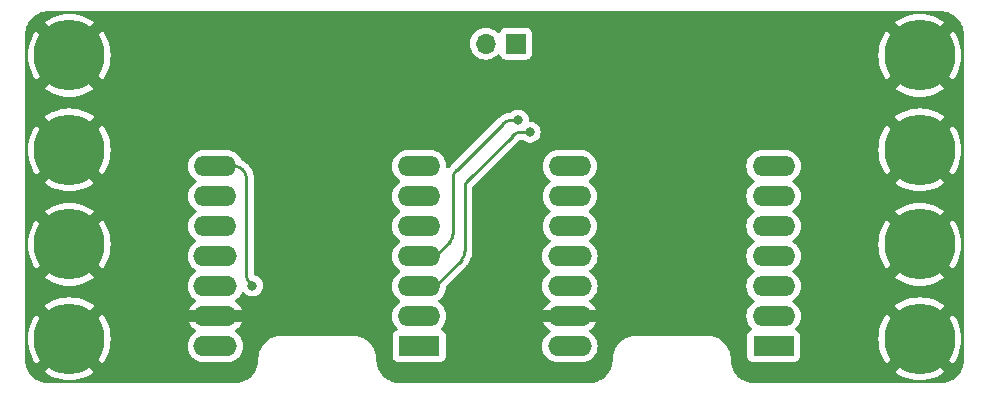
<source format=gbr>
%TF.GenerationSoftware,KiCad,Pcbnew,7.0.5-0*%
%TF.CreationDate,2023-07-26T01:41:50+02:00*%
%TF.ProjectId,esp32c3-wifi-dev,65737033-3263-4332-9d77-6966692d6465,rev?*%
%TF.SameCoordinates,Original*%
%TF.FileFunction,Copper,L1,Top*%
%TF.FilePolarity,Positive*%
%FSLAX46Y46*%
G04 Gerber Fmt 4.6, Leading zero omitted, Abs format (unit mm)*
G04 Created by KiCad (PCBNEW 7.0.5-0) date 2023-07-26 01:41:50*
%MOMM*%
%LPD*%
G01*
G04 APERTURE LIST*
%TA.AperFunction,ComponentPad*%
%ADD10R,3.500000X1.700000*%
%TD*%
%TA.AperFunction,ComponentPad*%
%ADD11O,3.600000X1.700000*%
%TD*%
%TA.AperFunction,ComponentPad*%
%ADD12O,3.700000X1.700000*%
%TD*%
%TA.AperFunction,ComponentPad*%
%ADD13C,6.000000*%
%TD*%
%TA.AperFunction,ComponentPad*%
%ADD14R,1.700000X1.700000*%
%TD*%
%TA.AperFunction,ComponentPad*%
%ADD15O,1.700000X1.700000*%
%TD*%
%TA.AperFunction,ViaPad*%
%ADD16C,0.800000*%
%TD*%
%TA.AperFunction,Conductor*%
%ADD17C,0.250000*%
%TD*%
G04 APERTURE END LIST*
D10*
%TO.P,U2,1,GPIO2_A0_D0*%
%TO.N,/ESP32C3-D0*%
X203625000Y-88620000D03*
D11*
%TO.P,U2,2,GPIO3_A1_D1*%
%TO.N,/ESP32C3-D1*%
X203625000Y-86080000D03*
%TO.P,U2,3,GPIO4_A2_D2*%
%TO.N,unconnected-(U2-GPIO4_A2_D2-Pad3)*%
X203625000Y-83540000D03*
%TO.P,U2,4,GPIO5_A3_D3*%
%TO.N,/ESP32C3-CSn*%
X203625000Y-81000000D03*
%TO.P,U2,5,GPIO6_SDA_D4*%
%TO.N,unconnected-(U2-GPIO6_SDA_D4-Pad5)*%
X203625000Y-78460000D03*
%TO.P,U2,6,GPIO7_SCL_D5*%
%TO.N,unconnected-(U2-GPIO7_SCL_D5-Pad6)*%
X203625000Y-75920000D03*
%TO.P,U2,7,GPIO21_TX_D6*%
%TO.N,/ESP32C3-TXD*%
X203625000Y-73380000D03*
%TO.P,U2,8,GPIO20_RX_D7*%
%TO.N,/ESP32C3-RXD*%
X186375000Y-73380000D03*
%TO.P,U2,9,GPIO8_SCK_D8*%
%TO.N,/ESP32C3-SCK*%
X186375000Y-75920000D03*
%TO.P,U2,10,GPIO9_MISO_D9*%
%TO.N,/ESP32C3-MISO*%
X186375000Y-78460000D03*
D12*
%TO.P,U2,11,GPIO10_MOSI_D10*%
%TO.N,/ESP32C3-MOSI*%
X186375000Y-81000000D03*
%TO.P,U2,12,3v3*%
%TO.N,unconnected-(U2-3v3-Pad12)*%
X186375000Y-83540000D03*
%TO.P,U2,13,GND*%
%TO.N,GND*%
X186375000Y-86080000D03*
%TO.P,U2,14,5v0*%
%TO.N,/ESP32C3-5v0*%
X186375000Y-88620000D03*
%TD*%
D13*
%TO.P,J2,1,Pin_1*%
%TO.N,GND*%
X144000000Y-64000000D03*
%TO.P,J2,2,Pin_2*%
X144000000Y-72000000D03*
%TO.P,J2,3,Pin_3*%
X144000000Y-80000000D03*
%TO.P,J2,4,Pin_4*%
X144000000Y-88000000D03*
%TD*%
%TO.P,J3,1,Pin_1*%
%TO.N,GND*%
X216000000Y-64000000D03*
%TO.P,J3,2,Pin_2*%
X216000000Y-72000000D03*
%TO.P,J3,3,Pin_3*%
X216000000Y-80000000D03*
%TO.P,J3,4,Pin_4*%
X216000000Y-88000000D03*
%TD*%
D10*
%TO.P,U1,1,P26_A0_D0*%
%TO.N,/RP2040-D0*%
X173625000Y-88620000D03*
D11*
%TO.P,U1,2,P27_A1_D1*%
%TO.N,/RP2040-D1*%
X173625000Y-86080000D03*
%TO.P,U1,3,P28_A2_D2*%
%TO.N,/RP2040-TXD*%
X173625000Y-83540000D03*
%TO.P,U1,4,P29_A3_D3*%
%TO.N,/RP2040-RXD*%
X173625000Y-81000000D03*
%TO.P,U1,5,P6_SDA_D4*%
%TO.N,unconnected-(U1-P6_SDA_D4-Pad5)*%
X173625000Y-78460000D03*
%TO.P,U1,6,P7_SCL_D5*%
%TO.N,unconnected-(U1-P7_SCL_D5-Pad6)*%
X173625000Y-75920000D03*
%TO.P,U1,7,P0_TX_D6*%
%TO.N,unconnected-(U1-P0_TX_D6-Pad7)*%
X173625000Y-73380000D03*
%TO.P,U1,8,P1_RX_D7*%
%TO.N,/RP2040-CSn*%
X156375000Y-73380000D03*
%TO.P,U1,9,P2_SCK_D8*%
%TO.N,/RP2040-SCK*%
X156375000Y-75920000D03*
%TO.P,U1,10,P4_MISO_D9*%
%TO.N,/RP2040-MISO*%
X156375000Y-78460000D03*
D12*
%TO.P,U1,11,P3_MOSI_D10*%
%TO.N,/RP2040-MOSI*%
X156375000Y-81000000D03*
%TO.P,U1,12,3v3*%
%TO.N,unconnected-(U1-3v3-Pad12)*%
X156375000Y-83540000D03*
%TO.P,U1,13,GND*%
%TO.N,GND*%
X156375000Y-86080000D03*
%TO.P,U1,14,5v0*%
%TO.N,/RP2040-5v0*%
X156375000Y-88620000D03*
%TD*%
D14*
%TO.P,J1,1,Pin_1*%
%TO.N,/ESP32C3-5v0*%
X181805000Y-63000000D03*
D15*
%TO.P,J1,2,Pin_2*%
%TO.N,/RP2040-5v0*%
X179265000Y-63000000D03*
%TD*%
D16*
%TO.N,/RP2040-CSn*%
X159500000Y-83500000D03*
%TO.N,/RP2040-TXD*%
X183000000Y-70500000D03*
%TO.N,/RP2040-RXD*%
X182000000Y-69500000D03*
%TD*%
D17*
%TO.N,/RP2040-CSn*%
X159000010Y-82585786D02*
G75*
G03*
X159292893Y-83292893I999990J-14D01*
G01*
X158999990Y-74414214D02*
G75*
G03*
X158707107Y-73707107I-999990J14D01*
G01*
X158672900Y-73672886D02*
G75*
G03*
X157965786Y-73380000I-707100J-707114D01*
G01*
%TO.N,/RP2040-TXD*%
X177792886Y-74552100D02*
G75*
G03*
X177500000Y-75259214I707114J-707100D01*
G01*
X182259214Y-70500010D02*
G75*
G03*
X181552107Y-70792893I-14J-999990D01*
G01*
X177207114Y-81292900D02*
G75*
G03*
X177500000Y-80585786I-707114J707100D01*
G01*
%TO.N,/RP2040-RXD*%
X181414214Y-69500010D02*
G75*
G03*
X180707107Y-69792893I-14J-999990D01*
G01*
X176207114Y-79792900D02*
G75*
G03*
X176500000Y-79085786I-707114J707100D01*
G01*
X176792886Y-73707100D02*
G75*
G03*
X176500000Y-74414214I707114J-707100D01*
G01*
%TO.N,/RP2040-TXD*%
X177207107Y-81292893D02*
X175000000Y-83500000D01*
X181552107Y-70792893D02*
X177792893Y-74552107D01*
X175000000Y-83500000D02*
X172665000Y-83500000D01*
X183000000Y-70500000D02*
X182259214Y-70500000D01*
X177500000Y-75259214D02*
X177500000Y-80585786D01*
X172665000Y-83500000D02*
X172625000Y-83540000D01*
%TO.N,/RP2040-RXD*%
X175000000Y-81000000D02*
X172625000Y-81000000D01*
X176500000Y-74414214D02*
X176500000Y-79085786D01*
X182000000Y-69500000D02*
X181414214Y-69500000D01*
X176207107Y-79792893D02*
X175000000Y-81000000D01*
X180707107Y-69792893D02*
X176792893Y-73707107D01*
%TO.N,/RP2040-CSn*%
X159292893Y-83292893D02*
X159500000Y-83500000D01*
X159000000Y-74414214D02*
X159000000Y-82585786D01*
X157375000Y-73380000D02*
X157965786Y-73380000D01*
X158672893Y-73672893D02*
X158707107Y-73707107D01*
%TD*%
%TA.AperFunction,Conductor*%
%TO.N,GND*%
G36*
X144000768Y-60270185D02*
G01*
X144003498Y-60273336D01*
X144037611Y-60253858D01*
X144066271Y-60250500D01*
X215933729Y-60250500D01*
X216000768Y-60270185D01*
X216003498Y-60273336D01*
X216037611Y-60253858D01*
X216066271Y-60250500D01*
X217747964Y-60250500D01*
X217752019Y-60250633D01*
X217790149Y-60253131D01*
X217833793Y-60255992D01*
X218015459Y-60268985D01*
X218023102Y-60270015D01*
X218139451Y-60293158D01*
X218283666Y-60324531D01*
X218290383Y-60326395D01*
X218408618Y-60366531D01*
X218410224Y-60367103D01*
X218541740Y-60416156D01*
X218547483Y-60418635D01*
X218661830Y-60475024D01*
X218664042Y-60476173D01*
X218784913Y-60542173D01*
X218789641Y-60545037D01*
X218896649Y-60616537D01*
X218899358Y-60618454D01*
X219008652Y-60700271D01*
X219012345Y-60703265D01*
X219109502Y-60788469D01*
X219112448Y-60791228D01*
X219208769Y-60887549D01*
X219211526Y-60890492D01*
X219296729Y-60987648D01*
X219299732Y-60991353D01*
X219351564Y-61060592D01*
X219381543Y-61100639D01*
X219383461Y-61103349D01*
X219454961Y-61210357D01*
X219457828Y-61215091D01*
X219523802Y-61335912D01*
X219524992Y-61338204D01*
X219581356Y-61452499D01*
X219583842Y-61458258D01*
X219632878Y-61589727D01*
X219633497Y-61591465D01*
X219673597Y-61709596D01*
X219675472Y-61716352D01*
X219706848Y-61860590D01*
X219729980Y-61976880D01*
X219731015Y-61984560D01*
X219744021Y-62166413D01*
X219749342Y-62247594D01*
X219749367Y-62247966D01*
X219749500Y-62252023D01*
X219749500Y-63933729D01*
X219729815Y-64000768D01*
X219726663Y-64003498D01*
X219746142Y-64037610D01*
X219749500Y-64066270D01*
X219749500Y-71933729D01*
X219729815Y-72000768D01*
X219726663Y-72003498D01*
X219746142Y-72037610D01*
X219749500Y-72066270D01*
X219749500Y-79933729D01*
X219729815Y-80000768D01*
X219726663Y-80003498D01*
X219746142Y-80037610D01*
X219749500Y-80066270D01*
X219749500Y-87933729D01*
X219729815Y-88000768D01*
X219726663Y-88003498D01*
X219746142Y-88037610D01*
X219749500Y-88066270D01*
X219749500Y-89747976D01*
X219749367Y-89752025D01*
X219748610Y-89763579D01*
X219744021Y-89833585D01*
X219731015Y-90015438D01*
X219729980Y-90023118D01*
X219706848Y-90139408D01*
X219675472Y-90283646D01*
X219673597Y-90290402D01*
X219633497Y-90408533D01*
X219632878Y-90410271D01*
X219583842Y-90541740D01*
X219581356Y-90547499D01*
X219524992Y-90661794D01*
X219523802Y-90664086D01*
X219457828Y-90784907D01*
X219454961Y-90789641D01*
X219383461Y-90896649D01*
X219381543Y-90899359D01*
X219299744Y-91008631D01*
X219296723Y-91012357D01*
X219211529Y-91109502D01*
X219208755Y-91112464D01*
X219112464Y-91208755D01*
X219109502Y-91211529D01*
X219012357Y-91296723D01*
X219008631Y-91299744D01*
X218899359Y-91381543D01*
X218896649Y-91383461D01*
X218789641Y-91454961D01*
X218784907Y-91457828D01*
X218664086Y-91523802D01*
X218661794Y-91524992D01*
X218547499Y-91581356D01*
X218541740Y-91583842D01*
X218410271Y-91632878D01*
X218408533Y-91633497D01*
X218290402Y-91673597D01*
X218283646Y-91675472D01*
X218139408Y-91706848D01*
X218023118Y-91729980D01*
X218015438Y-91731015D01*
X217833585Y-91744021D01*
X217777608Y-91747690D01*
X217752025Y-91749367D01*
X217747976Y-91749500D01*
X216066271Y-91749500D01*
X215999232Y-91729815D01*
X215996501Y-91726663D01*
X215962389Y-91746142D01*
X215933729Y-91749500D01*
X202002024Y-91749500D01*
X201997974Y-91749367D01*
X201967355Y-91747360D01*
X201916413Y-91744021D01*
X201734560Y-91731015D01*
X201726880Y-91729980D01*
X201610590Y-91706848D01*
X201466352Y-91675472D01*
X201459596Y-91673597D01*
X201341465Y-91633497D01*
X201339727Y-91632878D01*
X201208258Y-91583842D01*
X201202499Y-91581356D01*
X201088204Y-91524992D01*
X201085912Y-91523802D01*
X200965091Y-91457828D01*
X200960357Y-91454961D01*
X200853349Y-91383461D01*
X200850639Y-91381543D01*
X200786144Y-91333263D01*
X200741353Y-91299732D01*
X200737648Y-91296729D01*
X200640492Y-91211526D01*
X200637549Y-91208769D01*
X200541228Y-91112448D01*
X200538469Y-91109502D01*
X200505450Y-91071851D01*
X200453265Y-91012345D01*
X200450271Y-91008652D01*
X200368454Y-90899358D01*
X200366537Y-90896649D01*
X200295037Y-90789641D01*
X200292170Y-90784907D01*
X200226173Y-90664042D01*
X200225024Y-90661830D01*
X200168635Y-90547483D01*
X200166156Y-90541740D01*
X200117103Y-90410224D01*
X200116531Y-90408618D01*
X200076395Y-90290383D01*
X200074531Y-90283666D01*
X200043150Y-90139408D01*
X200020015Y-90023102D01*
X200018985Y-90015459D01*
X200005992Y-89833793D01*
X200003256Y-89792056D01*
X200000633Y-89752018D01*
X200000500Y-89747963D01*
X200000500Y-89618886D01*
X200000499Y-89618872D01*
X199987202Y-89517873D01*
X199981260Y-89472743D01*
X199981308Y-89472435D01*
X199980945Y-89470351D01*
X199979111Y-89456425D01*
X199978741Y-89452772D01*
X199973349Y-89377390D01*
X199968036Y-89362672D01*
X199967062Y-89362866D01*
X199966271Y-89358891D01*
X199966270Y-89358887D01*
X199966270Y-89358884D01*
X199923016Y-89197457D01*
X199923027Y-89196965D01*
X199922142Y-89194197D01*
X199914592Y-89166019D01*
X199913912Y-89163214D01*
X199903193Y-89113936D01*
X199898999Y-89107032D01*
X199828437Y-88936680D01*
X199828324Y-88935638D01*
X199825946Y-88930666D01*
X199809888Y-88891901D01*
X199802310Y-88873605D01*
X199801503Y-88871552D01*
X199796786Y-88858907D01*
X199792299Y-88853354D01*
X199707863Y-88707106D01*
X199699452Y-88692538D01*
X199699028Y-88690789D01*
X199698683Y-88690328D01*
X199694619Y-88684166D01*
X199666924Y-88636197D01*
X199665238Y-88634000D01*
X199657175Y-88621616D01*
X199651936Y-88616665D01*
X199538517Y-88468855D01*
X199537535Y-88466315D01*
X199536251Y-88465031D01*
X199530899Y-88458927D01*
X199507281Y-88428148D01*
X199507274Y-88428140D01*
X199494209Y-88415075D01*
X199485357Y-88404859D01*
X199480503Y-88401369D01*
X199348629Y-88269495D01*
X199346733Y-88266023D01*
X199334923Y-88255789D01*
X199321860Y-88242726D01*
X199321851Y-88242718D01*
X199312758Y-88235741D01*
X199291066Y-88219096D01*
X199284968Y-88213747D01*
X199284480Y-88213259D01*
X199281145Y-88211483D01*
X199133331Y-88098060D01*
X199130528Y-88094222D01*
X199116000Y-88084762D01*
X199113803Y-88083076D01*
X199065834Y-88055380D01*
X199059850Y-88051433D01*
X199057458Y-88050545D01*
X198896643Y-87957699D01*
X198893067Y-87953948D01*
X198878431Y-87948490D01*
X198876372Y-87947680D01*
X198819329Y-87924052D01*
X198814844Y-87921906D01*
X198813318Y-87921562D01*
X198642964Y-87850999D01*
X198638387Y-87847311D01*
X198586774Y-87836083D01*
X198583906Y-87835387D01*
X198555831Y-87827864D01*
X198553277Y-87827048D01*
X198552539Y-87826983D01*
X198391112Y-87783729D01*
X198387134Y-87782938D01*
X198387407Y-87781565D01*
X198377011Y-87776964D01*
X198297219Y-87771257D01*
X198293555Y-87770885D01*
X198284254Y-87769661D01*
X198279666Y-87769056D01*
X198277721Y-87768717D01*
X198277253Y-87768739D01*
X198131127Y-87749500D01*
X198131120Y-87749500D01*
X198000099Y-87749500D01*
X197995239Y-87749500D01*
X197990815Y-87749342D01*
X197975275Y-87748230D01*
X197968300Y-87749500D01*
X192031699Y-87749500D01*
X192026856Y-87748077D01*
X192009184Y-87749342D01*
X192004760Y-87749500D01*
X192000500Y-87749500D01*
X192000000Y-87749500D01*
X191868880Y-87749500D01*
X191868874Y-87749500D01*
X191868869Y-87749501D01*
X191722744Y-87768739D01*
X191722433Y-87768690D01*
X191720324Y-87769058D01*
X191706448Y-87770884D01*
X191702781Y-87771256D01*
X191627427Y-87776646D01*
X191612674Y-87781975D01*
X191612866Y-87782938D01*
X191608887Y-87783729D01*
X191447458Y-87826983D01*
X191446962Y-87826971D01*
X191444161Y-87827867D01*
X191416095Y-87835387D01*
X191413226Y-87836083D01*
X191363938Y-87846805D01*
X191357035Y-87850999D01*
X191186680Y-87921562D01*
X191185639Y-87921673D01*
X191180664Y-87924054D01*
X191123630Y-87947678D01*
X191121571Y-87948488D01*
X191108906Y-87953211D01*
X191103356Y-87957699D01*
X190942540Y-88050546D01*
X190940785Y-88050971D01*
X190940315Y-88051324D01*
X190934157Y-88055385D01*
X190886196Y-88083076D01*
X190883997Y-88084764D01*
X190871612Y-88092827D01*
X190866665Y-88098063D01*
X190718857Y-88211481D01*
X190716313Y-88212464D01*
X190715028Y-88213750D01*
X190708928Y-88219100D01*
X190678144Y-88242722D01*
X190678138Y-88242727D01*
X190665074Y-88255791D01*
X190654856Y-88264645D01*
X190651370Y-88269495D01*
X190519495Y-88401370D01*
X190516024Y-88403265D01*
X190505791Y-88415074D01*
X190492727Y-88428138D01*
X190492722Y-88428144D01*
X190469100Y-88458928D01*
X190463750Y-88465028D01*
X190463258Y-88465519D01*
X190461481Y-88468857D01*
X190348063Y-88616665D01*
X190344222Y-88619468D01*
X190334764Y-88633997D01*
X190333076Y-88636196D01*
X190305385Y-88684157D01*
X190301433Y-88690148D01*
X190300546Y-88692540D01*
X190207699Y-88853356D01*
X190203948Y-88856931D01*
X190198488Y-88871571D01*
X190197678Y-88873630D01*
X190174054Y-88930664D01*
X190171905Y-88935155D01*
X190171562Y-88936680D01*
X190100999Y-89107035D01*
X190097311Y-89111610D01*
X190086083Y-89163226D01*
X190085387Y-89166095D01*
X190077867Y-89194161D01*
X190077047Y-89196724D01*
X190076983Y-89197458D01*
X190033729Y-89358887D01*
X190032938Y-89362866D01*
X190031566Y-89362593D01*
X190026963Y-89372990D01*
X190021256Y-89452781D01*
X190020884Y-89456448D01*
X190019058Y-89470324D01*
X190018717Y-89472278D01*
X190018739Y-89472744D01*
X189999501Y-89618869D01*
X189999500Y-89618886D01*
X189999500Y-89747976D01*
X189999367Y-89752025D01*
X189998610Y-89763579D01*
X189994021Y-89833585D01*
X189981015Y-90015438D01*
X189979980Y-90023118D01*
X189956848Y-90139408D01*
X189925472Y-90283646D01*
X189923597Y-90290402D01*
X189883497Y-90408533D01*
X189882878Y-90410271D01*
X189833842Y-90541740D01*
X189831356Y-90547499D01*
X189774992Y-90661794D01*
X189773802Y-90664086D01*
X189707828Y-90784907D01*
X189704961Y-90789641D01*
X189633461Y-90896649D01*
X189631543Y-90899359D01*
X189549744Y-91008631D01*
X189546723Y-91012357D01*
X189461529Y-91109502D01*
X189458755Y-91112464D01*
X189362464Y-91208755D01*
X189359502Y-91211529D01*
X189262357Y-91296723D01*
X189258631Y-91299744D01*
X189149359Y-91381543D01*
X189146649Y-91383461D01*
X189039641Y-91454961D01*
X189034907Y-91457828D01*
X188914086Y-91523802D01*
X188911794Y-91524992D01*
X188797499Y-91581356D01*
X188791740Y-91583842D01*
X188660271Y-91632878D01*
X188658533Y-91633497D01*
X188540402Y-91673597D01*
X188533646Y-91675472D01*
X188389408Y-91706848D01*
X188273118Y-91729980D01*
X188265438Y-91731015D01*
X188083585Y-91744021D01*
X188027608Y-91747690D01*
X188002025Y-91749367D01*
X187997976Y-91749500D01*
X172002024Y-91749500D01*
X171997974Y-91749367D01*
X171967355Y-91747360D01*
X171916413Y-91744021D01*
X171734560Y-91731015D01*
X171726880Y-91729980D01*
X171610590Y-91706848D01*
X171466352Y-91675472D01*
X171459596Y-91673597D01*
X171341465Y-91633497D01*
X171339727Y-91632878D01*
X171208258Y-91583842D01*
X171202499Y-91581356D01*
X171088204Y-91524992D01*
X171085912Y-91523802D01*
X170965091Y-91457828D01*
X170960357Y-91454961D01*
X170853349Y-91383461D01*
X170850639Y-91381543D01*
X170786144Y-91333263D01*
X170741353Y-91299732D01*
X170737648Y-91296729D01*
X170640492Y-91211526D01*
X170637549Y-91208769D01*
X170541228Y-91112448D01*
X170538469Y-91109502D01*
X170505450Y-91071851D01*
X170453265Y-91012345D01*
X170450271Y-91008652D01*
X170368454Y-90899358D01*
X170366537Y-90896649D01*
X170295037Y-90789641D01*
X170292170Y-90784907D01*
X170226173Y-90664042D01*
X170225024Y-90661830D01*
X170168635Y-90547483D01*
X170166156Y-90541740D01*
X170117103Y-90410224D01*
X170116531Y-90408618D01*
X170076395Y-90290383D01*
X170074531Y-90283666D01*
X170043150Y-90139408D01*
X170020015Y-90023102D01*
X170018985Y-90015459D01*
X170005992Y-89833793D01*
X170003256Y-89792056D01*
X170000633Y-89752018D01*
X170000500Y-89747963D01*
X170000500Y-89618886D01*
X170000499Y-89618872D01*
X169987202Y-89517873D01*
X169981260Y-89472743D01*
X169981308Y-89472435D01*
X169980945Y-89470351D01*
X169979111Y-89456425D01*
X169978741Y-89452772D01*
X169973349Y-89377390D01*
X169968036Y-89362672D01*
X169967062Y-89362866D01*
X169966271Y-89358891D01*
X169966270Y-89358887D01*
X169966270Y-89358884D01*
X169923016Y-89197457D01*
X169923027Y-89196965D01*
X169922142Y-89194197D01*
X169914592Y-89166019D01*
X169913912Y-89163214D01*
X169903193Y-89113936D01*
X169898999Y-89107032D01*
X169828437Y-88936680D01*
X169828324Y-88935638D01*
X169825946Y-88930666D01*
X169809888Y-88891901D01*
X169802310Y-88873605D01*
X169801503Y-88871552D01*
X169796786Y-88858907D01*
X169792299Y-88853354D01*
X169707863Y-88707106D01*
X169699452Y-88692538D01*
X169699028Y-88690789D01*
X169698683Y-88690328D01*
X169694619Y-88684166D01*
X169666924Y-88636197D01*
X169665238Y-88634000D01*
X169657175Y-88621616D01*
X169651936Y-88616665D01*
X169538517Y-88468855D01*
X169537535Y-88466315D01*
X169536251Y-88465031D01*
X169530899Y-88458927D01*
X169507281Y-88428148D01*
X169507274Y-88428140D01*
X169494209Y-88415075D01*
X169485357Y-88404859D01*
X169480503Y-88401369D01*
X169348629Y-88269495D01*
X169346733Y-88266023D01*
X169334923Y-88255789D01*
X169321860Y-88242726D01*
X169321851Y-88242718D01*
X169312758Y-88235741D01*
X169291066Y-88219096D01*
X169284968Y-88213747D01*
X169284480Y-88213259D01*
X169281145Y-88211483D01*
X169133331Y-88098060D01*
X169130528Y-88094222D01*
X169116000Y-88084762D01*
X169113803Y-88083076D01*
X169065834Y-88055380D01*
X169059850Y-88051433D01*
X169057458Y-88050545D01*
X168896643Y-87957699D01*
X168893067Y-87953948D01*
X168878431Y-87948490D01*
X168876372Y-87947680D01*
X168819329Y-87924052D01*
X168814844Y-87921906D01*
X168813318Y-87921562D01*
X168642964Y-87850999D01*
X168638387Y-87847311D01*
X168586774Y-87836083D01*
X168583906Y-87835387D01*
X168555831Y-87827864D01*
X168553277Y-87827048D01*
X168552539Y-87826983D01*
X168391112Y-87783729D01*
X168387134Y-87782938D01*
X168387407Y-87781565D01*
X168377011Y-87776964D01*
X168297219Y-87771257D01*
X168293555Y-87770885D01*
X168284254Y-87769661D01*
X168279666Y-87769056D01*
X168277721Y-87768717D01*
X168277253Y-87768739D01*
X168131127Y-87749500D01*
X168131120Y-87749500D01*
X168000099Y-87749500D01*
X167995239Y-87749500D01*
X167990815Y-87749342D01*
X167975275Y-87748230D01*
X167968300Y-87749500D01*
X162031699Y-87749500D01*
X162026856Y-87748077D01*
X162009184Y-87749342D01*
X162004760Y-87749500D01*
X162000500Y-87749500D01*
X162000000Y-87749500D01*
X161868880Y-87749500D01*
X161868874Y-87749500D01*
X161868869Y-87749501D01*
X161722744Y-87768739D01*
X161722433Y-87768690D01*
X161720324Y-87769058D01*
X161706448Y-87770884D01*
X161702781Y-87771256D01*
X161627427Y-87776646D01*
X161612674Y-87781975D01*
X161612866Y-87782938D01*
X161608887Y-87783729D01*
X161447458Y-87826983D01*
X161446962Y-87826971D01*
X161444161Y-87827867D01*
X161416095Y-87835387D01*
X161413226Y-87836083D01*
X161363938Y-87846805D01*
X161357035Y-87850999D01*
X161186680Y-87921562D01*
X161185639Y-87921673D01*
X161180664Y-87924054D01*
X161123630Y-87947678D01*
X161121571Y-87948488D01*
X161108906Y-87953211D01*
X161103356Y-87957699D01*
X160942540Y-88050546D01*
X160940785Y-88050971D01*
X160940315Y-88051324D01*
X160934157Y-88055385D01*
X160886196Y-88083076D01*
X160883997Y-88084764D01*
X160871612Y-88092827D01*
X160866665Y-88098063D01*
X160718857Y-88211481D01*
X160716313Y-88212464D01*
X160715028Y-88213750D01*
X160708928Y-88219100D01*
X160678144Y-88242722D01*
X160678138Y-88242727D01*
X160665074Y-88255791D01*
X160654856Y-88264645D01*
X160651370Y-88269495D01*
X160519495Y-88401370D01*
X160516024Y-88403265D01*
X160505791Y-88415074D01*
X160492727Y-88428138D01*
X160492722Y-88428144D01*
X160469100Y-88458928D01*
X160463750Y-88465028D01*
X160463258Y-88465519D01*
X160461481Y-88468857D01*
X160348063Y-88616665D01*
X160344222Y-88619468D01*
X160334764Y-88633997D01*
X160333076Y-88636196D01*
X160305385Y-88684157D01*
X160301433Y-88690148D01*
X160300546Y-88692540D01*
X160207699Y-88853356D01*
X160203948Y-88856931D01*
X160198488Y-88871571D01*
X160197678Y-88873630D01*
X160174054Y-88930664D01*
X160171905Y-88935155D01*
X160171562Y-88936680D01*
X160100999Y-89107035D01*
X160097311Y-89111610D01*
X160086083Y-89163226D01*
X160085387Y-89166095D01*
X160077867Y-89194161D01*
X160077047Y-89196724D01*
X160076983Y-89197458D01*
X160033729Y-89358887D01*
X160032938Y-89362866D01*
X160031566Y-89362593D01*
X160026963Y-89372990D01*
X160021256Y-89452781D01*
X160020884Y-89456448D01*
X160019058Y-89470324D01*
X160018717Y-89472278D01*
X160018739Y-89472744D01*
X159999501Y-89618869D01*
X159999500Y-89618886D01*
X159999500Y-89747976D01*
X159999367Y-89752025D01*
X159998610Y-89763579D01*
X159994021Y-89833585D01*
X159981015Y-90015438D01*
X159979980Y-90023118D01*
X159956848Y-90139408D01*
X159925472Y-90283646D01*
X159923597Y-90290402D01*
X159883497Y-90408533D01*
X159882878Y-90410271D01*
X159833842Y-90541740D01*
X159831356Y-90547499D01*
X159774992Y-90661794D01*
X159773802Y-90664086D01*
X159707828Y-90784907D01*
X159704961Y-90789641D01*
X159633461Y-90896649D01*
X159631543Y-90899359D01*
X159549744Y-91008631D01*
X159546723Y-91012357D01*
X159461529Y-91109502D01*
X159458755Y-91112464D01*
X159362464Y-91208755D01*
X159359502Y-91211529D01*
X159262357Y-91296723D01*
X159258631Y-91299744D01*
X159149359Y-91381543D01*
X159146649Y-91383461D01*
X159039641Y-91454961D01*
X159034907Y-91457828D01*
X158914086Y-91523802D01*
X158911794Y-91524992D01*
X158797499Y-91581356D01*
X158791740Y-91583842D01*
X158660271Y-91632878D01*
X158658533Y-91633497D01*
X158540402Y-91673597D01*
X158533646Y-91675472D01*
X158389408Y-91706848D01*
X158273118Y-91729980D01*
X158265438Y-91731015D01*
X158083585Y-91744021D01*
X158027608Y-91747690D01*
X158002025Y-91749367D01*
X157997976Y-91749500D01*
X144066271Y-91749500D01*
X143999232Y-91729815D01*
X143996501Y-91726663D01*
X143962389Y-91746142D01*
X143933729Y-91749500D01*
X142252024Y-91749500D01*
X142247974Y-91749367D01*
X142217355Y-91747360D01*
X142166413Y-91744021D01*
X141984560Y-91731015D01*
X141976880Y-91729980D01*
X141860590Y-91706848D01*
X141716352Y-91675472D01*
X141709596Y-91673597D01*
X141591465Y-91633497D01*
X141589727Y-91632878D01*
X141458258Y-91583842D01*
X141452499Y-91581356D01*
X141338204Y-91524992D01*
X141335912Y-91523802D01*
X141215091Y-91457828D01*
X141210357Y-91454961D01*
X141103349Y-91383461D01*
X141100639Y-91381543D01*
X141036144Y-91333263D01*
X140991353Y-91299732D01*
X140987648Y-91296729D01*
X140890492Y-91211526D01*
X140887549Y-91208769D01*
X140791228Y-91112448D01*
X140788469Y-91109502D01*
X140755450Y-91071851D01*
X140703265Y-91012345D01*
X140700271Y-91008652D01*
X140618454Y-90899358D01*
X140616537Y-90896649D01*
X140545037Y-90789641D01*
X140542170Y-90784907D01*
X140476173Y-90664042D01*
X140475024Y-90661830D01*
X140418635Y-90547483D01*
X140416156Y-90541740D01*
X140367103Y-90410224D01*
X140366531Y-90408618D01*
X140326395Y-90290383D01*
X140324531Y-90283666D01*
X140293150Y-90139408D01*
X140270015Y-90023102D01*
X140268985Y-90015459D01*
X140255992Y-89833793D01*
X140253256Y-89792056D01*
X140250633Y-89752018D01*
X140250500Y-89747963D01*
X140250500Y-88066270D01*
X140268783Y-88004004D01*
X140475913Y-88004004D01*
X140493477Y-88031335D01*
X140498330Y-88059780D01*
X140514397Y-88366353D01*
X140571784Y-88728684D01*
X140571784Y-88728686D01*
X140666736Y-89083051D01*
X140798204Y-89425535D01*
X140964754Y-89752406D01*
X141164549Y-90060063D01*
X141195100Y-90097793D01*
X141949409Y-89343483D01*
X141986441Y-89404572D01*
X142182585Y-89650528D01*
X142408571Y-89869383D01*
X142654316Y-90052787D01*
X141902206Y-90804898D01*
X141939935Y-90835450D01*
X142247593Y-91035245D01*
X142574464Y-91201795D01*
X142916948Y-91333263D01*
X143271314Y-91428215D01*
X143633646Y-91485602D01*
X143940219Y-91501670D01*
X144004005Y-91524087D01*
X144031336Y-91506523D01*
X144059781Y-91501670D01*
X144366353Y-91485602D01*
X144728684Y-91428215D01*
X144728686Y-91428215D01*
X145083051Y-91333263D01*
X145425535Y-91201795D01*
X145752406Y-91035245D01*
X146060064Y-90835450D01*
X146060074Y-90835442D01*
X146097793Y-90804899D01*
X145342405Y-90049511D01*
X145468388Y-89967506D01*
X145707931Y-89763579D01*
X145919431Y-89530695D01*
X146050255Y-89343148D01*
X146804899Y-90097793D01*
X146835442Y-90060074D01*
X146835450Y-90060064D01*
X147035245Y-89752406D01*
X147201795Y-89425535D01*
X147333263Y-89083051D01*
X147428215Y-88728686D01*
X147428215Y-88728684D01*
X147445429Y-88620000D01*
X154019341Y-88620000D01*
X154039936Y-88855403D01*
X154039938Y-88855413D01*
X154101094Y-89083655D01*
X154101096Y-89083659D01*
X154101097Y-89083663D01*
X154138193Y-89163214D01*
X154200964Y-89297828D01*
X154200965Y-89297830D01*
X154336505Y-89491402D01*
X154503597Y-89658494D01*
X154697169Y-89794034D01*
X154697171Y-89794035D01*
X154911337Y-89893903D01*
X155139592Y-89955063D01*
X155316032Y-89970499D01*
X155316033Y-89970500D01*
X155316034Y-89970500D01*
X157433967Y-89970500D01*
X157433967Y-89970499D01*
X157610408Y-89955063D01*
X157838663Y-89893903D01*
X158052829Y-89794035D01*
X158246401Y-89658495D01*
X158413495Y-89491401D01*
X158549035Y-89297830D01*
X158648903Y-89083663D01*
X158710063Y-88855408D01*
X158730659Y-88620000D01*
X158730612Y-88619468D01*
X158717143Y-88465519D01*
X158710063Y-88384592D01*
X158648903Y-88156337D01*
X158549035Y-87942171D01*
X158549034Y-87942169D01*
X158413494Y-87748597D01*
X158246402Y-87581505D01*
X158060405Y-87451269D01*
X158016780Y-87396692D01*
X158009586Y-87327194D01*
X158041109Y-87264839D01*
X158060405Y-87248119D01*
X158246073Y-87118113D01*
X158246079Y-87118108D01*
X158413105Y-86951082D01*
X158548601Y-86757576D01*
X158631406Y-86580000D01*
X157410763Y-86580000D01*
X157517315Y-86564680D01*
X157648100Y-86504952D01*
X157756761Y-86410798D01*
X157834493Y-86289844D01*
X157875000Y-86151889D01*
X157875000Y-86080000D01*
X171319341Y-86080000D01*
X171339936Y-86315403D01*
X171339938Y-86315413D01*
X171401094Y-86543655D01*
X171401096Y-86543659D01*
X171401097Y-86543663D01*
X171425236Y-86595428D01*
X171500964Y-86757828D01*
X171500965Y-86757830D01*
X171636505Y-86951402D01*
X171772012Y-87086909D01*
X171805497Y-87148232D01*
X171800513Y-87217924D01*
X171758641Y-87273857D01*
X171727665Y-87290772D01*
X171632669Y-87326203D01*
X171632664Y-87326206D01*
X171517455Y-87412452D01*
X171517452Y-87412455D01*
X171431206Y-87527664D01*
X171431202Y-87527671D01*
X171380908Y-87662517D01*
X171374501Y-87722116D01*
X171374501Y-87722123D01*
X171374500Y-87722135D01*
X171374500Y-89517870D01*
X171374501Y-89517876D01*
X171380908Y-89577483D01*
X171431202Y-89712328D01*
X171431206Y-89712335D01*
X171517452Y-89827544D01*
X171517455Y-89827547D01*
X171632664Y-89913793D01*
X171632671Y-89913797D01*
X171767517Y-89964091D01*
X171767516Y-89964091D01*
X171774444Y-89964835D01*
X171827127Y-89970500D01*
X175422872Y-89970499D01*
X175482483Y-89964091D01*
X175617331Y-89913796D01*
X175732546Y-89827546D01*
X175818796Y-89712331D01*
X175869091Y-89577483D01*
X175875500Y-89517873D01*
X175875499Y-88620000D01*
X184019341Y-88620000D01*
X184039936Y-88855403D01*
X184039938Y-88855413D01*
X184101094Y-89083655D01*
X184101096Y-89083659D01*
X184101097Y-89083663D01*
X184138193Y-89163214D01*
X184200964Y-89297828D01*
X184200965Y-89297830D01*
X184336505Y-89491402D01*
X184503597Y-89658494D01*
X184697169Y-89794034D01*
X184697171Y-89794035D01*
X184911337Y-89893903D01*
X185139592Y-89955063D01*
X185316032Y-89970499D01*
X185316033Y-89970500D01*
X185316034Y-89970500D01*
X187433967Y-89970500D01*
X187433967Y-89970499D01*
X187610408Y-89955063D01*
X187838663Y-89893903D01*
X188052829Y-89794035D01*
X188246401Y-89658495D01*
X188413495Y-89491401D01*
X188549035Y-89297830D01*
X188648903Y-89083663D01*
X188710063Y-88855408D01*
X188730659Y-88620000D01*
X188730612Y-88619468D01*
X188717143Y-88465519D01*
X188710063Y-88384592D01*
X188648903Y-88156337D01*
X188549035Y-87942171D01*
X188549034Y-87942169D01*
X188413494Y-87748597D01*
X188246402Y-87581505D01*
X188060405Y-87451269D01*
X188016780Y-87396692D01*
X188009586Y-87327194D01*
X188041109Y-87264839D01*
X188060405Y-87248119D01*
X188246073Y-87118113D01*
X188246079Y-87118108D01*
X188413105Y-86951082D01*
X188548601Y-86757576D01*
X188631406Y-86580000D01*
X187410763Y-86580000D01*
X187517315Y-86564680D01*
X187648100Y-86504952D01*
X187756761Y-86410798D01*
X187834493Y-86289844D01*
X187875000Y-86151889D01*
X187875000Y-86080000D01*
X201319341Y-86080000D01*
X201339936Y-86315403D01*
X201339938Y-86315413D01*
X201401094Y-86543655D01*
X201401096Y-86543659D01*
X201401097Y-86543663D01*
X201425236Y-86595428D01*
X201500964Y-86757828D01*
X201500965Y-86757830D01*
X201636505Y-86951402D01*
X201772012Y-87086909D01*
X201805497Y-87148232D01*
X201800513Y-87217924D01*
X201758641Y-87273857D01*
X201727665Y-87290772D01*
X201632669Y-87326203D01*
X201632664Y-87326206D01*
X201517455Y-87412452D01*
X201517452Y-87412455D01*
X201431206Y-87527664D01*
X201431202Y-87527671D01*
X201380908Y-87662517D01*
X201374501Y-87722116D01*
X201374501Y-87722123D01*
X201374500Y-87722135D01*
X201374500Y-89517870D01*
X201374501Y-89517876D01*
X201380908Y-89577483D01*
X201431202Y-89712328D01*
X201431206Y-89712335D01*
X201517452Y-89827544D01*
X201517455Y-89827547D01*
X201632664Y-89913793D01*
X201632671Y-89913797D01*
X201767517Y-89964091D01*
X201767516Y-89964091D01*
X201774444Y-89964835D01*
X201827127Y-89970500D01*
X205422872Y-89970499D01*
X205482483Y-89964091D01*
X205617331Y-89913796D01*
X205732546Y-89827546D01*
X205818796Y-89712331D01*
X205869091Y-89577483D01*
X205875500Y-89517873D01*
X205875499Y-88000000D01*
X212495197Y-88000000D01*
X212514397Y-88366353D01*
X212571784Y-88728684D01*
X212571784Y-88728686D01*
X212666736Y-89083051D01*
X212798204Y-89425535D01*
X212964754Y-89752406D01*
X213164549Y-90060063D01*
X213195100Y-90097793D01*
X213949409Y-89343484D01*
X213986441Y-89404572D01*
X214182585Y-89650528D01*
X214408571Y-89869383D01*
X214654316Y-90052787D01*
X213902206Y-90804898D01*
X213939935Y-90835450D01*
X214247593Y-91035245D01*
X214574464Y-91201795D01*
X214916948Y-91333263D01*
X215271314Y-91428215D01*
X215633646Y-91485602D01*
X215940219Y-91501670D01*
X216004005Y-91524087D01*
X216031336Y-91506523D01*
X216059781Y-91501670D01*
X216366353Y-91485602D01*
X216728684Y-91428215D01*
X216728686Y-91428215D01*
X217083051Y-91333263D01*
X217425535Y-91201795D01*
X217752406Y-91035245D01*
X218060064Y-90835450D01*
X218060074Y-90835442D01*
X218097793Y-90804899D01*
X217342405Y-90049511D01*
X217468388Y-89967506D01*
X217707931Y-89763579D01*
X217919431Y-89530695D01*
X218050255Y-89343148D01*
X218804899Y-90097793D01*
X218835442Y-90060074D01*
X218835450Y-90060064D01*
X219035245Y-89752406D01*
X219201795Y-89425535D01*
X219333263Y-89083051D01*
X219428215Y-88728686D01*
X219428215Y-88728684D01*
X219485602Y-88366353D01*
X219501670Y-88059780D01*
X219524086Y-87995994D01*
X219506523Y-87968664D01*
X219501670Y-87940219D01*
X219485602Y-87633646D01*
X219428215Y-87271315D01*
X219428215Y-87271313D01*
X219333263Y-86916948D01*
X219201795Y-86574464D01*
X219035245Y-86247594D01*
X218835450Y-85939935D01*
X218804898Y-85902206D01*
X218050589Y-86656514D01*
X218013559Y-86595428D01*
X217817415Y-86349472D01*
X217591429Y-86130617D01*
X217345681Y-85947211D01*
X218097793Y-85195100D01*
X218060063Y-85164549D01*
X217752406Y-84964754D01*
X217425535Y-84798204D01*
X217083051Y-84666736D01*
X216728685Y-84571784D01*
X216366353Y-84514397D01*
X216000001Y-84495197D01*
X215999999Y-84495197D01*
X215633646Y-84514397D01*
X215271315Y-84571784D01*
X215271313Y-84571784D01*
X214916948Y-84666736D01*
X214574464Y-84798204D01*
X214247594Y-84964754D01*
X213939931Y-85164552D01*
X213939928Y-85164554D01*
X213902205Y-85195099D01*
X214657594Y-85950488D01*
X214531612Y-86032494D01*
X214292069Y-86236421D01*
X214080569Y-86469305D01*
X213949745Y-86656851D01*
X213195099Y-85902205D01*
X213164554Y-85939928D01*
X213164552Y-85939931D01*
X212964754Y-86247594D01*
X212798204Y-86574464D01*
X212666736Y-86916948D01*
X212571784Y-87271313D01*
X212571784Y-87271315D01*
X212514397Y-87633646D01*
X212495197Y-87999999D01*
X212495197Y-88000000D01*
X205875499Y-88000000D01*
X205875499Y-87722128D01*
X205869091Y-87662517D01*
X205818796Y-87527669D01*
X205818795Y-87527668D01*
X205818793Y-87527664D01*
X205732547Y-87412455D01*
X205732544Y-87412452D01*
X205617335Y-87326206D01*
X205617328Y-87326202D01*
X205522335Y-87290772D01*
X205466401Y-87248901D01*
X205441984Y-87183436D01*
X205456836Y-87115163D01*
X205477987Y-87086909D01*
X205477986Y-87086909D01*
X205613495Y-86951401D01*
X205749035Y-86757830D01*
X205848903Y-86543663D01*
X205910063Y-86315408D01*
X205930659Y-86080000D01*
X205910063Y-85844592D01*
X205848903Y-85616337D01*
X205749035Y-85402171D01*
X205749034Y-85402169D01*
X205613494Y-85208597D01*
X205446403Y-85041506D01*
X205376410Y-84992497D01*
X205260838Y-84911573D01*
X205217215Y-84856999D01*
X205210021Y-84787500D01*
X205241543Y-84725145D01*
X205260836Y-84708428D01*
X205446401Y-84578495D01*
X205613495Y-84411401D01*
X205749035Y-84217830D01*
X205848903Y-84003663D01*
X205910063Y-83775408D01*
X205930659Y-83540000D01*
X205910063Y-83304592D01*
X205848903Y-83076337D01*
X205749035Y-82862171D01*
X205749034Y-82862169D01*
X205613494Y-82668597D01*
X205446402Y-82501505D01*
X205260840Y-82371574D01*
X205217215Y-82316997D01*
X205210021Y-82247499D01*
X205241544Y-82185144D01*
X205260824Y-82168436D01*
X205446401Y-82038495D01*
X205613495Y-81871401D01*
X205749035Y-81677830D01*
X205848903Y-81463663D01*
X205910063Y-81235408D01*
X205930659Y-81000000D01*
X205910063Y-80764592D01*
X205863626Y-80591285D01*
X205848905Y-80536344D01*
X205848904Y-80536343D01*
X205848903Y-80536337D01*
X205749035Y-80322171D01*
X205749034Y-80322169D01*
X205613494Y-80128597D01*
X205484897Y-80000000D01*
X212495197Y-80000000D01*
X212514397Y-80366353D01*
X212571784Y-80728684D01*
X212571784Y-80728686D01*
X212666736Y-81083051D01*
X212798204Y-81425535D01*
X212964754Y-81752406D01*
X213164549Y-82060063D01*
X213195100Y-82097793D01*
X213949409Y-81343484D01*
X213986441Y-81404572D01*
X214182585Y-81650528D01*
X214408571Y-81869383D01*
X214654316Y-82052787D01*
X213902206Y-82804898D01*
X213939935Y-82835450D01*
X214247593Y-83035245D01*
X214574464Y-83201795D01*
X214916948Y-83333263D01*
X215271314Y-83428215D01*
X215633646Y-83485602D01*
X215999999Y-83504803D01*
X216000001Y-83504803D01*
X216366353Y-83485602D01*
X216728684Y-83428215D01*
X216728686Y-83428215D01*
X217083051Y-83333263D01*
X217425535Y-83201795D01*
X217752406Y-83035245D01*
X218060064Y-82835450D01*
X218060074Y-82835442D01*
X218097793Y-82804899D01*
X217342405Y-82049511D01*
X217468388Y-81967506D01*
X217707931Y-81763579D01*
X217919431Y-81530695D01*
X218050255Y-81343148D01*
X218804899Y-82097793D01*
X218835442Y-82060074D01*
X218835450Y-82060064D01*
X219035245Y-81752406D01*
X219201795Y-81425535D01*
X219333263Y-81083051D01*
X219428215Y-80728686D01*
X219428215Y-80728684D01*
X219485602Y-80366353D01*
X219501670Y-80059780D01*
X219524086Y-79995994D01*
X219506523Y-79968664D01*
X219501670Y-79940219D01*
X219485602Y-79633646D01*
X219428215Y-79271315D01*
X219428215Y-79271313D01*
X219333263Y-78916948D01*
X219201795Y-78574464D01*
X219035245Y-78247594D01*
X218835450Y-77939935D01*
X218804898Y-77902206D01*
X218050589Y-78656514D01*
X218013559Y-78595428D01*
X217817415Y-78349472D01*
X217591429Y-78130617D01*
X217345681Y-77947211D01*
X218097793Y-77195100D01*
X218060063Y-77164549D01*
X217752406Y-76964754D01*
X217425535Y-76798204D01*
X217083051Y-76666736D01*
X216728685Y-76571784D01*
X216366353Y-76514397D01*
X216000001Y-76495197D01*
X215999999Y-76495197D01*
X215633646Y-76514397D01*
X215271315Y-76571784D01*
X215271313Y-76571784D01*
X214916948Y-76666736D01*
X214574464Y-76798204D01*
X214247594Y-76964754D01*
X213939931Y-77164552D01*
X213939928Y-77164554D01*
X213902205Y-77195099D01*
X214657594Y-77950488D01*
X214531612Y-78032494D01*
X214292069Y-78236421D01*
X214080569Y-78469305D01*
X213949745Y-78656851D01*
X213195099Y-77902205D01*
X213164554Y-77939928D01*
X213164552Y-77939931D01*
X212964754Y-78247594D01*
X212798204Y-78574464D01*
X212666736Y-78916948D01*
X212571784Y-79271313D01*
X212571784Y-79271315D01*
X212514397Y-79633646D01*
X212495197Y-79999999D01*
X212495197Y-80000000D01*
X205484897Y-80000000D01*
X205446403Y-79961506D01*
X205376410Y-79912497D01*
X205260838Y-79831573D01*
X205217215Y-79776999D01*
X205210021Y-79707500D01*
X205241543Y-79645145D01*
X205260836Y-79628428D01*
X205446401Y-79498495D01*
X205613495Y-79331401D01*
X205749035Y-79137830D01*
X205848903Y-78923663D01*
X205910063Y-78695408D01*
X205930659Y-78460000D01*
X205910063Y-78224592D01*
X205848903Y-77996337D01*
X205749035Y-77782171D01*
X205749034Y-77782169D01*
X205613494Y-77588597D01*
X205446403Y-77421506D01*
X205376410Y-77372497D01*
X205260838Y-77291573D01*
X205217215Y-77236999D01*
X205210021Y-77167500D01*
X205241543Y-77105145D01*
X205260836Y-77088428D01*
X205446401Y-76958495D01*
X205613495Y-76791401D01*
X205749035Y-76597830D01*
X205848903Y-76383663D01*
X205910063Y-76155408D01*
X205930659Y-75920000D01*
X205910063Y-75684592D01*
X205848903Y-75456337D01*
X205749035Y-75242171D01*
X205749034Y-75242169D01*
X205613494Y-75048597D01*
X205446403Y-74881506D01*
X205336994Y-74804898D01*
X205260838Y-74751573D01*
X205217215Y-74696999D01*
X205210021Y-74627500D01*
X205241543Y-74565145D01*
X205260836Y-74548428D01*
X205446401Y-74418495D01*
X205613495Y-74251401D01*
X205749035Y-74057830D01*
X205848903Y-73843663D01*
X205910063Y-73615408D01*
X205930659Y-73380000D01*
X205910063Y-73144592D01*
X205848903Y-72916337D01*
X205749035Y-72702171D01*
X205749034Y-72702169D01*
X205613494Y-72508597D01*
X205446402Y-72341505D01*
X205252830Y-72205965D01*
X205252828Y-72205964D01*
X205145745Y-72156030D01*
X205038663Y-72106097D01*
X205038659Y-72106096D01*
X205038655Y-72106094D01*
X204810413Y-72044938D01*
X204810403Y-72044936D01*
X204633967Y-72029500D01*
X204633966Y-72029500D01*
X202616034Y-72029500D01*
X202616033Y-72029500D01*
X202439596Y-72044936D01*
X202439586Y-72044938D01*
X202211344Y-72106094D01*
X202211335Y-72106098D01*
X201997171Y-72205964D01*
X201997169Y-72205965D01*
X201803597Y-72341505D01*
X201636506Y-72508597D01*
X201636501Y-72508604D01*
X201500967Y-72702165D01*
X201500965Y-72702169D01*
X201401098Y-72916335D01*
X201401094Y-72916344D01*
X201339938Y-73144586D01*
X201339936Y-73144596D01*
X201319341Y-73379999D01*
X201319341Y-73380000D01*
X201339936Y-73615403D01*
X201339938Y-73615413D01*
X201401094Y-73843655D01*
X201401096Y-73843659D01*
X201401097Y-73843663D01*
X201451031Y-73950746D01*
X201500964Y-74057828D01*
X201500965Y-74057830D01*
X201636505Y-74251402D01*
X201803597Y-74418494D01*
X201989158Y-74548425D01*
X202032783Y-74603002D01*
X202039977Y-74672500D01*
X202008454Y-74734855D01*
X201989158Y-74751575D01*
X201803597Y-74881505D01*
X201636506Y-75048597D01*
X201636501Y-75048604D01*
X201500967Y-75242165D01*
X201500965Y-75242169D01*
X201401098Y-75456335D01*
X201401094Y-75456344D01*
X201339938Y-75684586D01*
X201339936Y-75684596D01*
X201319341Y-75919999D01*
X201319341Y-75920000D01*
X201339936Y-76155403D01*
X201339938Y-76155413D01*
X201401094Y-76383655D01*
X201401096Y-76383659D01*
X201401097Y-76383663D01*
X201451031Y-76490745D01*
X201500964Y-76597828D01*
X201500965Y-76597830D01*
X201636505Y-76791402D01*
X201803597Y-76958494D01*
X201989158Y-77088425D01*
X202032783Y-77143002D01*
X202039977Y-77212500D01*
X202008454Y-77274855D01*
X201989158Y-77291575D01*
X201803597Y-77421505D01*
X201636506Y-77588597D01*
X201636501Y-77588604D01*
X201500967Y-77782165D01*
X201500965Y-77782169D01*
X201401098Y-77996335D01*
X201401094Y-77996344D01*
X201339938Y-78224586D01*
X201339936Y-78224596D01*
X201319341Y-78459999D01*
X201319341Y-78460000D01*
X201339936Y-78695403D01*
X201339938Y-78695413D01*
X201401094Y-78923655D01*
X201401096Y-78923659D01*
X201401097Y-78923663D01*
X201439603Y-79006239D01*
X201500964Y-79137828D01*
X201500965Y-79137830D01*
X201636505Y-79331402D01*
X201803597Y-79498494D01*
X201989158Y-79628425D01*
X202032783Y-79683002D01*
X202039977Y-79752500D01*
X202008454Y-79814855D01*
X201989158Y-79831575D01*
X201803597Y-79961505D01*
X201636506Y-80128597D01*
X201636501Y-80128604D01*
X201500967Y-80322165D01*
X201500965Y-80322169D01*
X201401098Y-80536335D01*
X201401094Y-80536344D01*
X201339938Y-80764586D01*
X201339936Y-80764596D01*
X201319341Y-80999999D01*
X201319341Y-81000000D01*
X201339936Y-81235403D01*
X201339938Y-81235413D01*
X201401094Y-81463655D01*
X201401096Y-81463659D01*
X201401097Y-81463663D01*
X201413755Y-81490808D01*
X201500964Y-81677828D01*
X201500965Y-81677830D01*
X201636505Y-81871402D01*
X201803597Y-82038494D01*
X201989158Y-82168425D01*
X202032783Y-82223002D01*
X202039977Y-82292500D01*
X202008454Y-82354855D01*
X201989158Y-82371575D01*
X201803597Y-82501505D01*
X201636506Y-82668597D01*
X201636501Y-82668604D01*
X201500967Y-82862165D01*
X201500965Y-82862169D01*
X201401098Y-83076335D01*
X201401094Y-83076344D01*
X201339938Y-83304586D01*
X201339936Y-83304596D01*
X201319341Y-83539999D01*
X201319341Y-83540000D01*
X201339936Y-83775403D01*
X201339938Y-83775413D01*
X201401094Y-84003655D01*
X201401096Y-84003659D01*
X201401097Y-84003663D01*
X201424633Y-84054136D01*
X201500964Y-84217828D01*
X201500965Y-84217830D01*
X201636505Y-84411402D01*
X201803597Y-84578494D01*
X201989158Y-84708425D01*
X202032783Y-84763002D01*
X202039977Y-84832500D01*
X202008454Y-84894855D01*
X201989158Y-84911575D01*
X201803597Y-85041505D01*
X201636506Y-85208597D01*
X201636501Y-85208604D01*
X201500967Y-85402165D01*
X201500965Y-85402169D01*
X201401098Y-85616335D01*
X201401094Y-85616344D01*
X201339938Y-85844586D01*
X201339936Y-85844596D01*
X201319341Y-86079999D01*
X201319341Y-86080000D01*
X187875000Y-86080000D01*
X187875000Y-86008111D01*
X187834493Y-85870156D01*
X187756761Y-85749202D01*
X187648100Y-85655048D01*
X187517315Y-85595320D01*
X187410763Y-85580000D01*
X188631406Y-85580000D01*
X188631405Y-85579999D01*
X188548599Y-85402421D01*
X188548597Y-85402417D01*
X188413113Y-85208926D01*
X188413108Y-85208920D01*
X188246079Y-85041891D01*
X188246073Y-85041886D01*
X188060404Y-84911880D01*
X188016779Y-84857303D01*
X188009585Y-84787805D01*
X188041108Y-84725450D01*
X188060398Y-84708734D01*
X188246401Y-84578495D01*
X188413495Y-84411401D01*
X188549035Y-84217830D01*
X188648903Y-84003663D01*
X188710063Y-83775408D01*
X188730659Y-83540000D01*
X188710063Y-83304592D01*
X188648903Y-83076337D01*
X188549035Y-82862171D01*
X188549034Y-82862169D01*
X188413494Y-82668597D01*
X188246403Y-82501506D01*
X188172844Y-82450000D01*
X188060838Y-82371573D01*
X188017215Y-82316999D01*
X188010021Y-82247500D01*
X188041543Y-82185145D01*
X188060836Y-82168428D01*
X188246401Y-82038495D01*
X188413495Y-81871401D01*
X188549035Y-81677830D01*
X188648903Y-81463663D01*
X188710063Y-81235408D01*
X188730659Y-81000000D01*
X188710063Y-80764592D01*
X188663626Y-80591285D01*
X188648905Y-80536344D01*
X188648904Y-80536343D01*
X188648903Y-80536337D01*
X188549035Y-80322171D01*
X188549034Y-80322169D01*
X188413494Y-80128597D01*
X188246402Y-79961505D01*
X188052830Y-79825965D01*
X188048139Y-79823257D01*
X188048699Y-79822286D01*
X188000493Y-79779837D01*
X187981344Y-79712643D01*
X188001563Y-79645763D01*
X188034217Y-79612057D01*
X188179377Y-79510415D01*
X188196401Y-79498495D01*
X188363495Y-79331401D01*
X188499035Y-79137830D01*
X188598903Y-78923663D01*
X188660063Y-78695408D01*
X188680659Y-78460000D01*
X188660063Y-78224592D01*
X188598903Y-77996337D01*
X188499035Y-77782171D01*
X188499034Y-77782169D01*
X188363494Y-77588597D01*
X188196403Y-77421506D01*
X188126410Y-77372497D01*
X188010838Y-77291573D01*
X187967215Y-77236999D01*
X187960021Y-77167500D01*
X187991543Y-77105145D01*
X188010836Y-77088428D01*
X188196401Y-76958495D01*
X188363495Y-76791401D01*
X188499035Y-76597830D01*
X188598903Y-76383663D01*
X188660063Y-76155408D01*
X188680659Y-75920000D01*
X188660063Y-75684592D01*
X188598903Y-75456337D01*
X188499035Y-75242171D01*
X188499034Y-75242169D01*
X188363494Y-75048597D01*
X188196403Y-74881506D01*
X188086994Y-74804898D01*
X188010838Y-74751573D01*
X187967215Y-74696999D01*
X187960021Y-74627500D01*
X187991543Y-74565145D01*
X188010836Y-74548428D01*
X188196401Y-74418495D01*
X188363495Y-74251401D01*
X188499035Y-74057830D01*
X188598903Y-73843663D01*
X188660063Y-73615408D01*
X188680659Y-73380000D01*
X188660063Y-73144592D01*
X188598903Y-72916337D01*
X188499035Y-72702171D01*
X188499034Y-72702169D01*
X188363494Y-72508597D01*
X188196402Y-72341505D01*
X188002830Y-72205965D01*
X188002828Y-72205964D01*
X187895746Y-72156030D01*
X187788663Y-72106097D01*
X187788659Y-72106096D01*
X187788655Y-72106094D01*
X187560413Y-72044938D01*
X187560403Y-72044936D01*
X187383967Y-72029500D01*
X187383966Y-72029500D01*
X185366034Y-72029500D01*
X185366033Y-72029500D01*
X185189596Y-72044936D01*
X185189586Y-72044938D01*
X184961344Y-72106094D01*
X184961335Y-72106098D01*
X184747171Y-72205964D01*
X184747169Y-72205965D01*
X184553597Y-72341505D01*
X184386506Y-72508597D01*
X184386501Y-72508604D01*
X184250967Y-72702165D01*
X184250965Y-72702169D01*
X184151098Y-72916335D01*
X184151094Y-72916344D01*
X184089938Y-73144586D01*
X184089936Y-73144596D01*
X184069341Y-73379999D01*
X184069341Y-73380000D01*
X184089936Y-73615403D01*
X184089938Y-73615413D01*
X184151094Y-73843655D01*
X184151096Y-73843659D01*
X184151097Y-73843663D01*
X184201031Y-73950745D01*
X184250964Y-74057828D01*
X184250965Y-74057830D01*
X184386505Y-74251402D01*
X184553597Y-74418494D01*
X184739158Y-74548425D01*
X184782783Y-74603002D01*
X184789977Y-74672500D01*
X184758454Y-74734855D01*
X184739158Y-74751575D01*
X184553597Y-74881505D01*
X184386506Y-75048597D01*
X184386501Y-75048604D01*
X184250967Y-75242165D01*
X184250965Y-75242169D01*
X184151098Y-75456335D01*
X184151094Y-75456344D01*
X184089938Y-75684586D01*
X184089936Y-75684596D01*
X184069341Y-75919999D01*
X184069341Y-75920000D01*
X184089936Y-76155403D01*
X184089938Y-76155413D01*
X184151094Y-76383655D01*
X184151096Y-76383659D01*
X184151097Y-76383663D01*
X184201031Y-76490745D01*
X184250964Y-76597828D01*
X184250965Y-76597830D01*
X184386505Y-76791402D01*
X184553597Y-76958494D01*
X184739158Y-77088425D01*
X184782783Y-77143002D01*
X184789977Y-77212500D01*
X184758454Y-77274855D01*
X184739158Y-77291575D01*
X184553597Y-77421505D01*
X184386506Y-77588597D01*
X184386501Y-77588604D01*
X184250967Y-77782165D01*
X184250965Y-77782169D01*
X184151098Y-77996335D01*
X184151094Y-77996344D01*
X184089938Y-78224586D01*
X184089936Y-78224596D01*
X184069341Y-78459999D01*
X184069341Y-78460000D01*
X184089936Y-78695403D01*
X184089938Y-78695413D01*
X184151094Y-78923655D01*
X184151096Y-78923659D01*
X184151097Y-78923663D01*
X184189603Y-79006239D01*
X184250964Y-79137828D01*
X184250965Y-79137830D01*
X184386505Y-79331402D01*
X184553597Y-79498494D01*
X184715782Y-79612057D01*
X184759407Y-79666634D01*
X184766601Y-79736132D01*
X184735078Y-79798487D01*
X184701570Y-79822754D01*
X184701861Y-79823257D01*
X184697169Y-79825965D01*
X184503597Y-79961505D01*
X184336506Y-80128597D01*
X184336501Y-80128604D01*
X184200967Y-80322165D01*
X184200965Y-80322169D01*
X184101098Y-80536335D01*
X184101094Y-80536344D01*
X184039938Y-80764586D01*
X184039936Y-80764596D01*
X184019341Y-80999999D01*
X184019341Y-81000000D01*
X184039936Y-81235403D01*
X184039938Y-81235413D01*
X184101094Y-81463655D01*
X184101096Y-81463659D01*
X184101097Y-81463663D01*
X184113755Y-81490808D01*
X184200964Y-81677828D01*
X184200965Y-81677830D01*
X184336505Y-81871402D01*
X184503597Y-82038494D01*
X184689158Y-82168425D01*
X184732783Y-82223002D01*
X184739977Y-82292500D01*
X184708454Y-82354855D01*
X184689158Y-82371575D01*
X184503597Y-82501505D01*
X184336506Y-82668597D01*
X184336501Y-82668604D01*
X184200967Y-82862165D01*
X184200965Y-82862169D01*
X184101098Y-83076335D01*
X184101094Y-83076344D01*
X184039938Y-83304586D01*
X184039936Y-83304596D01*
X184019341Y-83539999D01*
X184019341Y-83540000D01*
X184039936Y-83775403D01*
X184039938Y-83775413D01*
X184101094Y-84003655D01*
X184101096Y-84003659D01*
X184101097Y-84003663D01*
X184124633Y-84054136D01*
X184200964Y-84217828D01*
X184200965Y-84217830D01*
X184336505Y-84411402D01*
X184503597Y-84578494D01*
X184689594Y-84708730D01*
X184733219Y-84763307D01*
X184740413Y-84832805D01*
X184708890Y-84895160D01*
X184689595Y-84911880D01*
X184503922Y-85041890D01*
X184503920Y-85041891D01*
X184336894Y-85208917D01*
X184201398Y-85402423D01*
X184118593Y-85579999D01*
X184118593Y-85580000D01*
X187339237Y-85580000D01*
X187232685Y-85595320D01*
X187101900Y-85655048D01*
X186993239Y-85749202D01*
X186915507Y-85870156D01*
X186875000Y-86008111D01*
X186875000Y-86151889D01*
X186915507Y-86289844D01*
X186993239Y-86410798D01*
X187101900Y-86504952D01*
X187232685Y-86564680D01*
X187339237Y-86580000D01*
X184118594Y-86580000D01*
X184201400Y-86757578D01*
X184201402Y-86757582D01*
X184336886Y-86951073D01*
X184336891Y-86951079D01*
X184503920Y-87118108D01*
X184503926Y-87118113D01*
X184689594Y-87248119D01*
X184733219Y-87302696D01*
X184740413Y-87372194D01*
X184708890Y-87434549D01*
X184689595Y-87451269D01*
X184503594Y-87581508D01*
X184336506Y-87748597D01*
X184336501Y-87748604D01*
X184200967Y-87942165D01*
X184200965Y-87942169D01*
X184101098Y-88156335D01*
X184101094Y-88156344D01*
X184039938Y-88384586D01*
X184039936Y-88384596D01*
X184019341Y-88619999D01*
X184019341Y-88620000D01*
X175875499Y-88620000D01*
X175875499Y-87722128D01*
X175869091Y-87662517D01*
X175818796Y-87527669D01*
X175818795Y-87527668D01*
X175818793Y-87527664D01*
X175732547Y-87412455D01*
X175732544Y-87412452D01*
X175617335Y-87326206D01*
X175617328Y-87326202D01*
X175522335Y-87290772D01*
X175466401Y-87248901D01*
X175441984Y-87183436D01*
X175456836Y-87115163D01*
X175477987Y-87086909D01*
X175477987Y-87086908D01*
X175613495Y-86951401D01*
X175749035Y-86757830D01*
X175848903Y-86543663D01*
X175910063Y-86315408D01*
X175930659Y-86080000D01*
X175910063Y-85844592D01*
X175848903Y-85616337D01*
X175749035Y-85402171D01*
X175749034Y-85402169D01*
X175613494Y-85208597D01*
X175446403Y-85041506D01*
X175376410Y-84992497D01*
X175260838Y-84911573D01*
X175217215Y-84856999D01*
X175210021Y-84787500D01*
X175241543Y-84725145D01*
X175260836Y-84708428D01*
X175446401Y-84578495D01*
X175613495Y-84411401D01*
X175749035Y-84217830D01*
X175848903Y-84003663D01*
X175910063Y-83775408D01*
X175930659Y-83540000D01*
X175928774Y-83518456D01*
X175942540Y-83449957D01*
X175964618Y-83419970D01*
X177588627Y-81795961D01*
X177588648Y-81795944D01*
X177595703Y-81788889D01*
X177611092Y-81773499D01*
X177611121Y-81773483D01*
X177649412Y-81735190D01*
X177649413Y-81735191D01*
X177724749Y-81659854D01*
X177854464Y-81490802D01*
X177961003Y-81306266D01*
X178042544Y-81109402D01*
X178049605Y-81083051D01*
X178073529Y-80993761D01*
X178097692Y-80903579D01*
X178101329Y-80875955D01*
X178114875Y-80773046D01*
X178125502Y-80692319D01*
X178125500Y-80585777D01*
X178125500Y-80557113D01*
X178125500Y-75335159D01*
X178125501Y-75335155D01*
X178125500Y-75263269D01*
X178126031Y-75255169D01*
X178127743Y-75242170D01*
X178136129Y-75178461D01*
X178144506Y-75147197D01*
X178169424Y-75087036D01*
X178185606Y-75059005D01*
X178232666Y-74997673D01*
X178238006Y-74991584D01*
X178274108Y-74955482D01*
X181229589Y-72000000D01*
X212495197Y-72000000D01*
X212514397Y-72366353D01*
X212571784Y-72728684D01*
X212571784Y-72728686D01*
X212666736Y-73083051D01*
X212798204Y-73425535D01*
X212964754Y-73752406D01*
X213164549Y-74060063D01*
X213195100Y-74097793D01*
X213949409Y-73343484D01*
X213986441Y-73404572D01*
X214182585Y-73650528D01*
X214408571Y-73869383D01*
X214654316Y-74052787D01*
X213902206Y-74804898D01*
X213939935Y-74835450D01*
X214247593Y-75035245D01*
X214574464Y-75201795D01*
X214916948Y-75333263D01*
X215271314Y-75428215D01*
X215633646Y-75485602D01*
X215999999Y-75504803D01*
X216000001Y-75504803D01*
X216366353Y-75485602D01*
X216728684Y-75428215D01*
X216728686Y-75428215D01*
X217083051Y-75333263D01*
X217425535Y-75201795D01*
X217752406Y-75035245D01*
X218060064Y-74835450D01*
X218060074Y-74835442D01*
X218097793Y-74804899D01*
X217342405Y-74049511D01*
X217468388Y-73967506D01*
X217707931Y-73763579D01*
X217919431Y-73530695D01*
X218050254Y-73343148D01*
X218804899Y-74097793D01*
X218835442Y-74060074D01*
X218835450Y-74060064D01*
X219035245Y-73752406D01*
X219201795Y-73425535D01*
X219333263Y-73083051D01*
X219428215Y-72728686D01*
X219428215Y-72728684D01*
X219485602Y-72366353D01*
X219501670Y-72059780D01*
X219524086Y-71995994D01*
X219506523Y-71968664D01*
X219501670Y-71940219D01*
X219485602Y-71633646D01*
X219428215Y-71271315D01*
X219428215Y-71271313D01*
X219333263Y-70916948D01*
X219201795Y-70574464D01*
X219035245Y-70247594D01*
X218835450Y-69939935D01*
X218804898Y-69902206D01*
X218050589Y-70656514D01*
X218013559Y-70595428D01*
X217817415Y-70349472D01*
X217591429Y-70130617D01*
X217345681Y-69947211D01*
X218097793Y-69195100D01*
X218060063Y-69164549D01*
X217752406Y-68964754D01*
X217425535Y-68798204D01*
X217083051Y-68666736D01*
X216728685Y-68571784D01*
X216366353Y-68514397D01*
X216000001Y-68495197D01*
X215999999Y-68495197D01*
X215633646Y-68514397D01*
X215271315Y-68571784D01*
X215271313Y-68571784D01*
X214916948Y-68666736D01*
X214574464Y-68798204D01*
X214247594Y-68964754D01*
X213939931Y-69164552D01*
X213939928Y-69164554D01*
X213902205Y-69195099D01*
X214657594Y-69950488D01*
X214531612Y-70032494D01*
X214292069Y-70236421D01*
X214080569Y-70469305D01*
X213949745Y-70656851D01*
X213195099Y-69902205D01*
X213164554Y-69939928D01*
X213164552Y-69939931D01*
X212964754Y-70247594D01*
X212798204Y-70574464D01*
X212666736Y-70916948D01*
X212571784Y-71271313D01*
X212571784Y-71271315D01*
X212514397Y-71633646D01*
X212495197Y-71999999D01*
X212495197Y-72000000D01*
X181229589Y-72000000D01*
X181991529Y-71238060D01*
X181997605Y-71232731D01*
X182059015Y-71185611D01*
X182087031Y-71169436D01*
X182147204Y-71144513D01*
X182178462Y-71136138D01*
X182255250Y-71126030D01*
X182263343Y-71125500D01*
X182296253Y-71125500D01*
X182363291Y-71145185D01*
X182388400Y-71166526D01*
X182394126Y-71172885D01*
X182394130Y-71172889D01*
X182547265Y-71284148D01*
X182547270Y-71284151D01*
X182720192Y-71361142D01*
X182720197Y-71361144D01*
X182905354Y-71400500D01*
X182905355Y-71400500D01*
X183094644Y-71400500D01*
X183094646Y-71400500D01*
X183279803Y-71361144D01*
X183452730Y-71284151D01*
X183605871Y-71172888D01*
X183732533Y-71032216D01*
X183827179Y-70868284D01*
X183885674Y-70688256D01*
X183905460Y-70500000D01*
X183885674Y-70311744D01*
X183827179Y-70131716D01*
X183732533Y-69967784D01*
X183605871Y-69827112D01*
X183552151Y-69788082D01*
X183452734Y-69715851D01*
X183452729Y-69715848D01*
X183279807Y-69638857D01*
X183279802Y-69638855D01*
X183134000Y-69607865D01*
X183094646Y-69599500D01*
X183027568Y-69599500D01*
X182960529Y-69579815D01*
X182914774Y-69527011D01*
X182904247Y-69488462D01*
X182885674Y-69311744D01*
X182827179Y-69131716D01*
X182732533Y-68967784D01*
X182605871Y-68827112D01*
X182605867Y-68827109D01*
X182452734Y-68715851D01*
X182452729Y-68715848D01*
X182279807Y-68638857D01*
X182279802Y-68638855D01*
X182134001Y-68607865D01*
X182094646Y-68599500D01*
X181905354Y-68599500D01*
X181872897Y-68606398D01*
X181720197Y-68638855D01*
X181720192Y-68638857D01*
X181547270Y-68715848D01*
X181547265Y-68715851D01*
X181394131Y-68827109D01*
X181387930Y-68833997D01*
X181328442Y-68870644D01*
X181311637Y-68873459D01*
X181311706Y-68873978D01*
X181096427Y-68902316D01*
X181096424Y-68902317D01*
X180890609Y-68957462D01*
X180890603Y-68957464D01*
X180890601Y-68957465D01*
X180865686Y-68967785D01*
X180693732Y-69039008D01*
X180509196Y-69145548D01*
X180340155Y-69275255D01*
X180313619Y-69301790D01*
X180213550Y-69401856D01*
X180213539Y-69401868D01*
X180211111Y-69404297D01*
X180211107Y-69404301D01*
X178254266Y-71361142D01*
X176404299Y-73211109D01*
X176404293Y-73211113D01*
X176388904Y-73226503D01*
X176388877Y-73226517D01*
X176275255Y-73340141D01*
X176275249Y-73340148D01*
X176149230Y-73504382D01*
X176092803Y-73545585D01*
X176023057Y-73549740D01*
X175962136Y-73515528D01*
X175929383Y-73453811D01*
X175927326Y-73418091D01*
X175930659Y-73380000D01*
X175910063Y-73144592D01*
X175848903Y-72916337D01*
X175749035Y-72702171D01*
X175749034Y-72702169D01*
X175613494Y-72508597D01*
X175446402Y-72341505D01*
X175252830Y-72205965D01*
X175252828Y-72205964D01*
X175145745Y-72156030D01*
X175038663Y-72106097D01*
X175038659Y-72106096D01*
X175038655Y-72106094D01*
X174810413Y-72044938D01*
X174810403Y-72044936D01*
X174633967Y-72029500D01*
X174633966Y-72029500D01*
X172616034Y-72029500D01*
X172616033Y-72029500D01*
X172439596Y-72044936D01*
X172439586Y-72044938D01*
X172211344Y-72106094D01*
X172211335Y-72106098D01*
X171997171Y-72205964D01*
X171997169Y-72205965D01*
X171803597Y-72341505D01*
X171636506Y-72508597D01*
X171636501Y-72508604D01*
X171500967Y-72702165D01*
X171500965Y-72702169D01*
X171401098Y-72916335D01*
X171401094Y-72916344D01*
X171339938Y-73144586D01*
X171339936Y-73144596D01*
X171319341Y-73379999D01*
X171319341Y-73380000D01*
X171339936Y-73615403D01*
X171339938Y-73615413D01*
X171401094Y-73843655D01*
X171401096Y-73843659D01*
X171401097Y-73843663D01*
X171451031Y-73950746D01*
X171500964Y-74057828D01*
X171500965Y-74057830D01*
X171636505Y-74251402D01*
X171803597Y-74418494D01*
X171989158Y-74548425D01*
X172032783Y-74603002D01*
X172039977Y-74672500D01*
X172008454Y-74734855D01*
X171989158Y-74751575D01*
X171803597Y-74881505D01*
X171636506Y-75048597D01*
X171636501Y-75048604D01*
X171500967Y-75242165D01*
X171500965Y-75242169D01*
X171401098Y-75456335D01*
X171401094Y-75456344D01*
X171339938Y-75684586D01*
X171339936Y-75684596D01*
X171319341Y-75919999D01*
X171319341Y-75920000D01*
X171339936Y-76155403D01*
X171339938Y-76155413D01*
X171401094Y-76383655D01*
X171401096Y-76383659D01*
X171401097Y-76383663D01*
X171451031Y-76490745D01*
X171500964Y-76597828D01*
X171500965Y-76597830D01*
X171636505Y-76791402D01*
X171803597Y-76958494D01*
X171989158Y-77088425D01*
X172032783Y-77143002D01*
X172039977Y-77212500D01*
X172008454Y-77274855D01*
X171989158Y-77291575D01*
X171803597Y-77421505D01*
X171636506Y-77588597D01*
X171636501Y-77588604D01*
X171500967Y-77782165D01*
X171500965Y-77782169D01*
X171401098Y-77996335D01*
X171401094Y-77996344D01*
X171339938Y-78224586D01*
X171339936Y-78224596D01*
X171319341Y-78459999D01*
X171319341Y-78460000D01*
X171339936Y-78695403D01*
X171339938Y-78695413D01*
X171401094Y-78923655D01*
X171401096Y-78923659D01*
X171401097Y-78923663D01*
X171439603Y-79006239D01*
X171500964Y-79137828D01*
X171500965Y-79137830D01*
X171636505Y-79331402D01*
X171803596Y-79498493D01*
X171855263Y-79534670D01*
X171965687Y-79611990D01*
X171989158Y-79628424D01*
X172032783Y-79683001D01*
X172039977Y-79752499D01*
X172008454Y-79814854D01*
X171989159Y-79831574D01*
X171803594Y-79961508D01*
X171636506Y-80128597D01*
X171636501Y-80128604D01*
X171500967Y-80322165D01*
X171500965Y-80322169D01*
X171401098Y-80536335D01*
X171401094Y-80536344D01*
X171339938Y-80764586D01*
X171339936Y-80764596D01*
X171319341Y-80999999D01*
X171319341Y-81000000D01*
X171339936Y-81235403D01*
X171339938Y-81235413D01*
X171401094Y-81463655D01*
X171401096Y-81463659D01*
X171401097Y-81463663D01*
X171413755Y-81490808D01*
X171500964Y-81677828D01*
X171500965Y-81677830D01*
X171636505Y-81871402D01*
X171803596Y-82038493D01*
X171803599Y-82038495D01*
X171989156Y-82168423D01*
X171989158Y-82168424D01*
X172032783Y-82223001D01*
X172039977Y-82292499D01*
X172008454Y-82354854D01*
X171989159Y-82371574D01*
X171803594Y-82501508D01*
X171636506Y-82668597D01*
X171636501Y-82668604D01*
X171500967Y-82862165D01*
X171500965Y-82862169D01*
X171401098Y-83076335D01*
X171401094Y-83076344D01*
X171339938Y-83304586D01*
X171339936Y-83304596D01*
X171319341Y-83539999D01*
X171319341Y-83540000D01*
X171339936Y-83775403D01*
X171339938Y-83775413D01*
X171401094Y-84003655D01*
X171401096Y-84003659D01*
X171401097Y-84003663D01*
X171424633Y-84054136D01*
X171500964Y-84217828D01*
X171500965Y-84217830D01*
X171636505Y-84411402D01*
X171803597Y-84578494D01*
X171989158Y-84708425D01*
X172032783Y-84763002D01*
X172039977Y-84832500D01*
X172008454Y-84894855D01*
X171989158Y-84911575D01*
X171803597Y-85041505D01*
X171636506Y-85208597D01*
X171636501Y-85208604D01*
X171500967Y-85402165D01*
X171500965Y-85402169D01*
X171401098Y-85616335D01*
X171401094Y-85616344D01*
X171339938Y-85844586D01*
X171339936Y-85844596D01*
X171319341Y-86079999D01*
X171319341Y-86080000D01*
X157875000Y-86080000D01*
X157875000Y-86008111D01*
X157834493Y-85870156D01*
X157756761Y-85749202D01*
X157648100Y-85655048D01*
X157517315Y-85595320D01*
X157410763Y-85580000D01*
X158631406Y-85580000D01*
X158631405Y-85579999D01*
X158548599Y-85402421D01*
X158548597Y-85402417D01*
X158413113Y-85208926D01*
X158413108Y-85208920D01*
X158246079Y-85041891D01*
X158246073Y-85041886D01*
X158060404Y-84911880D01*
X158016779Y-84857303D01*
X158009585Y-84787805D01*
X158041108Y-84725450D01*
X158060398Y-84708734D01*
X158246401Y-84578495D01*
X158413495Y-84411401D01*
X158549035Y-84217830D01*
X158601409Y-84105511D01*
X158647581Y-84053073D01*
X158714774Y-84033921D01*
X158781656Y-84054136D01*
X158805938Y-84074943D01*
X158833464Y-84105513D01*
X158894129Y-84172888D01*
X159047265Y-84284148D01*
X159047270Y-84284151D01*
X159220192Y-84361142D01*
X159220197Y-84361144D01*
X159405354Y-84400500D01*
X159405355Y-84400500D01*
X159594644Y-84400500D01*
X159594646Y-84400500D01*
X159779803Y-84361144D01*
X159952730Y-84284151D01*
X160105871Y-84172888D01*
X160232533Y-84032216D01*
X160327179Y-83868284D01*
X160385674Y-83688256D01*
X160405460Y-83500000D01*
X160385674Y-83311744D01*
X160327179Y-83131716D01*
X160232533Y-82967784D01*
X160105871Y-82827112D01*
X160105870Y-82827111D01*
X159952734Y-82715851D01*
X159952729Y-82715848D01*
X159779807Y-82638857D01*
X159779803Y-82638856D01*
X159723718Y-82626934D01*
X159662236Y-82593741D01*
X159628460Y-82532577D01*
X159626522Y-82514901D01*
X159626010Y-82514948D01*
X159625755Y-82512138D01*
X159625500Y-82506522D01*
X159625500Y-74372948D01*
X159625490Y-74372654D01*
X159625492Y-74307682D01*
X159610581Y-74194409D01*
X159597683Y-74096427D01*
X159597682Y-74096424D01*
X159587342Y-74057834D01*
X159542535Y-73890601D01*
X159460994Y-73693738D01*
X159436047Y-73650528D01*
X159415774Y-73615413D01*
X159354456Y-73509203D01*
X159224742Y-73340153D01*
X159205278Y-73320688D01*
X159205277Y-73320687D01*
X159175964Y-73291374D01*
X159175948Y-73291355D01*
X159155826Y-73271233D01*
X159155812Y-73271208D01*
X159115190Y-73230587D01*
X159115191Y-73230587D01*
X159039854Y-73155251D01*
X158945759Y-73083051D01*
X158870808Y-73025540D01*
X158870804Y-73025538D01*
X158870802Y-73025536D01*
X158686266Y-72918997D01*
X158624074Y-72893236D01*
X158569674Y-72849398D01*
X158559147Y-72831081D01*
X158499037Y-72702175D01*
X158499034Y-72702169D01*
X158363494Y-72508597D01*
X158196402Y-72341505D01*
X158002830Y-72205965D01*
X158002828Y-72205964D01*
X157895746Y-72156031D01*
X157788663Y-72106097D01*
X157788659Y-72106096D01*
X157788655Y-72106094D01*
X157560413Y-72044938D01*
X157560403Y-72044936D01*
X157383967Y-72029500D01*
X157383966Y-72029500D01*
X155366034Y-72029500D01*
X155366033Y-72029500D01*
X155189596Y-72044936D01*
X155189586Y-72044938D01*
X154961344Y-72106094D01*
X154961335Y-72106098D01*
X154747171Y-72205964D01*
X154747169Y-72205965D01*
X154553597Y-72341505D01*
X154386506Y-72508597D01*
X154386501Y-72508604D01*
X154250967Y-72702165D01*
X154250965Y-72702169D01*
X154151098Y-72916335D01*
X154151094Y-72916344D01*
X154089938Y-73144586D01*
X154089936Y-73144596D01*
X154069341Y-73379999D01*
X154069341Y-73380000D01*
X154089936Y-73615403D01*
X154089938Y-73615413D01*
X154151094Y-73843655D01*
X154151096Y-73843659D01*
X154151097Y-73843663D01*
X154201031Y-73950745D01*
X154250964Y-74057828D01*
X154250965Y-74057830D01*
X154386505Y-74251402D01*
X154553596Y-74418493D01*
X154577011Y-74434888D01*
X154715687Y-74531990D01*
X154739158Y-74548424D01*
X154782783Y-74603001D01*
X154789977Y-74672499D01*
X154758454Y-74734854D01*
X154739159Y-74751574D01*
X154553594Y-74881508D01*
X154386506Y-75048597D01*
X154386501Y-75048604D01*
X154250967Y-75242165D01*
X154250965Y-75242169D01*
X154151098Y-75456335D01*
X154151094Y-75456344D01*
X154089938Y-75684586D01*
X154089936Y-75684596D01*
X154069341Y-75919999D01*
X154069341Y-75920000D01*
X154089936Y-76155403D01*
X154089938Y-76155413D01*
X154151094Y-76383655D01*
X154151096Y-76383659D01*
X154151097Y-76383663D01*
X154201031Y-76490745D01*
X154250964Y-76597828D01*
X154250965Y-76597830D01*
X154386505Y-76791402D01*
X154553597Y-76958494D01*
X154739158Y-77088425D01*
X154782783Y-77143002D01*
X154789977Y-77212500D01*
X154758454Y-77274855D01*
X154739158Y-77291575D01*
X154553597Y-77421505D01*
X154386506Y-77588597D01*
X154386501Y-77588604D01*
X154250967Y-77782165D01*
X154250965Y-77782169D01*
X154151098Y-77996335D01*
X154151094Y-77996344D01*
X154089938Y-78224586D01*
X154089936Y-78224596D01*
X154069341Y-78459999D01*
X154069341Y-78460000D01*
X154089936Y-78695403D01*
X154089938Y-78695413D01*
X154151094Y-78923655D01*
X154151096Y-78923659D01*
X154151097Y-78923663D01*
X154189603Y-79006239D01*
X154250964Y-79137828D01*
X154250965Y-79137830D01*
X154386505Y-79331402D01*
X154553597Y-79498494D01*
X154715782Y-79612057D01*
X154759407Y-79666634D01*
X154766601Y-79736132D01*
X154735078Y-79798487D01*
X154701570Y-79822754D01*
X154701861Y-79823257D01*
X154697169Y-79825965D01*
X154503597Y-79961505D01*
X154336506Y-80128597D01*
X154336501Y-80128604D01*
X154200967Y-80322165D01*
X154200965Y-80322169D01*
X154101098Y-80536335D01*
X154101094Y-80536344D01*
X154039938Y-80764586D01*
X154039936Y-80764596D01*
X154019341Y-80999999D01*
X154019341Y-81000000D01*
X154039936Y-81235403D01*
X154039938Y-81235413D01*
X154101094Y-81463655D01*
X154101096Y-81463659D01*
X154101097Y-81463663D01*
X154113755Y-81490808D01*
X154200964Y-81677828D01*
X154200965Y-81677830D01*
X154336505Y-81871402D01*
X154503596Y-82038493D01*
X154503599Y-82038495D01*
X154689156Y-82168423D01*
X154689158Y-82168424D01*
X154732783Y-82223001D01*
X154739977Y-82292499D01*
X154708454Y-82354854D01*
X154689159Y-82371574D01*
X154503594Y-82501508D01*
X154336506Y-82668597D01*
X154336501Y-82668604D01*
X154200967Y-82862165D01*
X154200965Y-82862169D01*
X154101098Y-83076335D01*
X154101094Y-83076344D01*
X154039938Y-83304586D01*
X154039936Y-83304596D01*
X154019341Y-83539999D01*
X154019341Y-83540000D01*
X154039936Y-83775403D01*
X154039938Y-83775413D01*
X154101094Y-84003655D01*
X154101096Y-84003659D01*
X154101097Y-84003663D01*
X154124633Y-84054136D01*
X154200964Y-84217828D01*
X154200965Y-84217830D01*
X154336505Y-84411402D01*
X154503597Y-84578494D01*
X154689594Y-84708730D01*
X154733219Y-84763307D01*
X154740413Y-84832805D01*
X154708890Y-84895160D01*
X154689595Y-84911880D01*
X154503922Y-85041890D01*
X154503920Y-85041891D01*
X154336894Y-85208917D01*
X154201398Y-85402423D01*
X154118593Y-85579999D01*
X154118593Y-85580000D01*
X157339237Y-85580000D01*
X157232685Y-85595320D01*
X157101900Y-85655048D01*
X156993239Y-85749202D01*
X156915507Y-85870156D01*
X156875000Y-86008111D01*
X156875000Y-86151889D01*
X156915507Y-86289844D01*
X156993239Y-86410798D01*
X157101900Y-86504952D01*
X157232685Y-86564680D01*
X157339237Y-86580000D01*
X154118594Y-86580000D01*
X154201400Y-86757578D01*
X154201402Y-86757582D01*
X154336886Y-86951073D01*
X154336891Y-86951079D01*
X154503920Y-87118108D01*
X154503926Y-87118113D01*
X154689594Y-87248119D01*
X154733219Y-87302696D01*
X154740413Y-87372194D01*
X154708890Y-87434549D01*
X154689595Y-87451269D01*
X154503594Y-87581508D01*
X154336506Y-87748597D01*
X154336501Y-87748604D01*
X154200967Y-87942165D01*
X154200965Y-87942169D01*
X154101098Y-88156335D01*
X154101094Y-88156344D01*
X154039938Y-88384586D01*
X154039936Y-88384596D01*
X154019341Y-88619999D01*
X154019341Y-88620000D01*
X147445429Y-88620000D01*
X147485602Y-88366353D01*
X147504803Y-88000000D01*
X147504803Y-87999999D01*
X147485602Y-87633646D01*
X147428215Y-87271315D01*
X147428215Y-87271313D01*
X147333263Y-86916948D01*
X147201795Y-86574464D01*
X147035245Y-86247594D01*
X146835450Y-85939935D01*
X146804898Y-85902206D01*
X146050589Y-86656514D01*
X146013559Y-86595428D01*
X145817415Y-86349472D01*
X145591429Y-86130617D01*
X145345681Y-85947211D01*
X146097793Y-85195100D01*
X146060063Y-85164549D01*
X145752406Y-84964754D01*
X145425535Y-84798204D01*
X145083051Y-84666736D01*
X144728685Y-84571784D01*
X144366353Y-84514397D01*
X144000001Y-84495197D01*
X143999999Y-84495197D01*
X143633646Y-84514397D01*
X143271315Y-84571784D01*
X143271313Y-84571784D01*
X142916948Y-84666736D01*
X142574464Y-84798204D01*
X142247594Y-84964754D01*
X141939931Y-85164552D01*
X141939928Y-85164554D01*
X141902205Y-85195099D01*
X142657594Y-85950488D01*
X142531612Y-86032494D01*
X142292069Y-86236421D01*
X142080569Y-86469305D01*
X141949745Y-86656850D01*
X141195099Y-85902205D01*
X141164554Y-85939928D01*
X141164552Y-85939931D01*
X140964754Y-86247594D01*
X140798204Y-86574464D01*
X140666736Y-86916948D01*
X140571784Y-87271313D01*
X140571784Y-87271315D01*
X140514397Y-87633646D01*
X140498330Y-87940219D01*
X140475913Y-88004004D01*
X140268783Y-88004004D01*
X140270185Y-87999231D01*
X140273336Y-87996500D01*
X140253858Y-87962389D01*
X140250500Y-87933729D01*
X140250500Y-80066270D01*
X140268783Y-80004004D01*
X140475913Y-80004004D01*
X140493477Y-80031335D01*
X140498330Y-80059780D01*
X140514397Y-80366353D01*
X140571784Y-80728684D01*
X140571784Y-80728686D01*
X140666736Y-81083051D01*
X140798204Y-81425535D01*
X140964754Y-81752406D01*
X141164549Y-82060063D01*
X141195100Y-82097793D01*
X141949409Y-81343484D01*
X141986441Y-81404572D01*
X142182585Y-81650528D01*
X142408571Y-81869383D01*
X142654316Y-82052787D01*
X141902206Y-82804898D01*
X141939935Y-82835450D01*
X142247593Y-83035245D01*
X142574464Y-83201795D01*
X142916948Y-83333263D01*
X143271314Y-83428215D01*
X143633646Y-83485602D01*
X143999999Y-83504803D01*
X144000001Y-83504803D01*
X144366353Y-83485602D01*
X144728684Y-83428215D01*
X144728686Y-83428215D01*
X145083051Y-83333263D01*
X145425535Y-83201795D01*
X145752406Y-83035245D01*
X146060064Y-82835450D01*
X146060074Y-82835442D01*
X146097793Y-82804899D01*
X145342405Y-82049511D01*
X145468388Y-81967506D01*
X145707931Y-81763579D01*
X145919431Y-81530695D01*
X146050254Y-81343148D01*
X146804899Y-82097793D01*
X146835442Y-82060074D01*
X146835450Y-82060064D01*
X147035245Y-81752406D01*
X147201795Y-81425535D01*
X147333263Y-81083051D01*
X147428215Y-80728686D01*
X147428215Y-80728684D01*
X147485602Y-80366353D01*
X147504803Y-80000000D01*
X147504803Y-79999999D01*
X147485602Y-79633646D01*
X147428215Y-79271315D01*
X147428215Y-79271313D01*
X147333263Y-78916948D01*
X147201795Y-78574464D01*
X147035245Y-78247594D01*
X146835450Y-77939935D01*
X146804898Y-77902206D01*
X146050589Y-78656514D01*
X146013559Y-78595428D01*
X145817415Y-78349472D01*
X145591429Y-78130617D01*
X145345681Y-77947211D01*
X146097793Y-77195100D01*
X146060063Y-77164549D01*
X145752406Y-76964754D01*
X145425535Y-76798204D01*
X145083051Y-76666736D01*
X144728685Y-76571784D01*
X144366353Y-76514397D01*
X144000001Y-76495197D01*
X143999999Y-76495197D01*
X143633646Y-76514397D01*
X143271315Y-76571784D01*
X143271313Y-76571784D01*
X142916948Y-76666736D01*
X142574464Y-76798204D01*
X142247594Y-76964754D01*
X141939931Y-77164552D01*
X141939928Y-77164554D01*
X141902205Y-77195099D01*
X142657594Y-77950488D01*
X142531612Y-78032494D01*
X142292069Y-78236421D01*
X142080569Y-78469305D01*
X141949745Y-78656851D01*
X141195099Y-77902205D01*
X141164554Y-77939928D01*
X141164552Y-77939931D01*
X140964754Y-78247594D01*
X140798204Y-78574464D01*
X140666736Y-78916948D01*
X140571784Y-79271313D01*
X140571784Y-79271315D01*
X140514397Y-79633646D01*
X140498330Y-79940219D01*
X140475913Y-80004004D01*
X140268783Y-80004004D01*
X140270185Y-79999231D01*
X140273336Y-79996500D01*
X140253858Y-79962389D01*
X140250500Y-79933729D01*
X140250500Y-72066270D01*
X140268783Y-72004004D01*
X140475913Y-72004004D01*
X140493477Y-72031335D01*
X140498330Y-72059780D01*
X140514397Y-72366353D01*
X140571784Y-72728684D01*
X140571784Y-72728686D01*
X140666736Y-73083051D01*
X140798204Y-73425535D01*
X140964754Y-73752406D01*
X141164549Y-74060063D01*
X141195100Y-74097793D01*
X141949409Y-73343483D01*
X141986441Y-73404572D01*
X142182585Y-73650528D01*
X142408571Y-73869383D01*
X142654316Y-74052787D01*
X141902206Y-74804898D01*
X141939935Y-74835450D01*
X142247593Y-75035245D01*
X142574464Y-75201795D01*
X142916948Y-75333263D01*
X143271314Y-75428215D01*
X143633646Y-75485602D01*
X143999999Y-75504803D01*
X144000001Y-75504803D01*
X144366353Y-75485602D01*
X144728684Y-75428215D01*
X144728686Y-75428215D01*
X145083051Y-75333263D01*
X145425535Y-75201795D01*
X145752406Y-75035245D01*
X146060064Y-74835450D01*
X146060074Y-74835442D01*
X146097793Y-74804899D01*
X145342405Y-74049511D01*
X145468388Y-73967506D01*
X145707931Y-73763579D01*
X145919431Y-73530695D01*
X146050254Y-73343148D01*
X146804899Y-74097793D01*
X146835442Y-74060074D01*
X146835450Y-74060064D01*
X147035245Y-73752406D01*
X147201795Y-73425535D01*
X147333263Y-73083051D01*
X147428215Y-72728686D01*
X147428215Y-72728684D01*
X147485602Y-72366353D01*
X147504803Y-72000000D01*
X147504803Y-71999999D01*
X147485602Y-71633646D01*
X147428215Y-71271315D01*
X147428215Y-71271313D01*
X147333263Y-70916948D01*
X147201795Y-70574464D01*
X147035245Y-70247594D01*
X146835450Y-69939935D01*
X146804898Y-69902206D01*
X146050589Y-70656514D01*
X146013559Y-70595428D01*
X145817415Y-70349472D01*
X145591429Y-70130617D01*
X145345681Y-69947211D01*
X146097793Y-69195100D01*
X146060063Y-69164549D01*
X145752406Y-68964754D01*
X145425535Y-68798204D01*
X145083051Y-68666736D01*
X144728685Y-68571784D01*
X144366353Y-68514397D01*
X144000001Y-68495197D01*
X143999999Y-68495197D01*
X143633646Y-68514397D01*
X143271315Y-68571784D01*
X143271313Y-68571784D01*
X142916948Y-68666736D01*
X142574464Y-68798204D01*
X142247594Y-68964754D01*
X141939931Y-69164552D01*
X141939928Y-69164554D01*
X141902205Y-69195099D01*
X142657594Y-69950488D01*
X142531612Y-70032494D01*
X142292069Y-70236421D01*
X142080569Y-70469305D01*
X141949745Y-70656851D01*
X141195099Y-69902205D01*
X141164554Y-69939928D01*
X141164552Y-69939931D01*
X140964754Y-70247594D01*
X140798204Y-70574464D01*
X140666736Y-70916948D01*
X140571784Y-71271313D01*
X140571784Y-71271315D01*
X140514397Y-71633646D01*
X140498330Y-71940219D01*
X140475913Y-72004004D01*
X140268783Y-72004004D01*
X140270185Y-71999231D01*
X140273336Y-71996500D01*
X140253858Y-71962389D01*
X140250500Y-71933729D01*
X140250500Y-64066270D01*
X140268783Y-64004004D01*
X140475913Y-64004004D01*
X140493477Y-64031335D01*
X140498330Y-64059780D01*
X140514397Y-64366353D01*
X140571784Y-64728684D01*
X140571784Y-64728686D01*
X140666736Y-65083051D01*
X140798204Y-65425535D01*
X140964754Y-65752406D01*
X141164549Y-66060063D01*
X141195100Y-66097793D01*
X141949409Y-65343484D01*
X141986441Y-65404572D01*
X142182585Y-65650528D01*
X142408571Y-65869383D01*
X142654316Y-66052787D01*
X141902206Y-66804898D01*
X141939935Y-66835450D01*
X142247593Y-67035245D01*
X142574464Y-67201795D01*
X142916948Y-67333263D01*
X143271314Y-67428215D01*
X143633646Y-67485602D01*
X143999999Y-67504803D01*
X144000001Y-67504803D01*
X144366353Y-67485602D01*
X144728684Y-67428215D01*
X144728686Y-67428215D01*
X145083051Y-67333263D01*
X145425535Y-67201795D01*
X145752406Y-67035245D01*
X146060064Y-66835450D01*
X146060074Y-66835442D01*
X146097793Y-66804899D01*
X145342405Y-66049511D01*
X145468388Y-65967506D01*
X145707931Y-65763579D01*
X145919431Y-65530695D01*
X146050254Y-65343148D01*
X146804899Y-66097793D01*
X146835442Y-66060074D01*
X146835450Y-66060064D01*
X147035245Y-65752406D01*
X147201795Y-65425535D01*
X147333263Y-65083051D01*
X147428215Y-64728686D01*
X147428215Y-64728684D01*
X147485602Y-64366353D01*
X147504803Y-64000000D01*
X147504803Y-63999999D01*
X147485602Y-63633646D01*
X147428215Y-63271315D01*
X147428215Y-63271313D01*
X147355517Y-63000000D01*
X177909341Y-63000000D01*
X177929936Y-63235403D01*
X177929938Y-63235413D01*
X177991094Y-63463655D01*
X177991096Y-63463659D01*
X177991097Y-63463663D01*
X178058484Y-63608175D01*
X178090965Y-63677830D01*
X178090967Y-63677834D01*
X178151483Y-63764259D01*
X178226505Y-63871401D01*
X178393599Y-64038495D01*
X178490384Y-64106265D01*
X178587165Y-64174032D01*
X178587167Y-64174033D01*
X178587170Y-64174035D01*
X178801337Y-64273903D01*
X179029592Y-64335063D01*
X179206034Y-64350500D01*
X179264999Y-64355659D01*
X179265000Y-64355659D01*
X179265001Y-64355659D01*
X179323966Y-64350500D01*
X179500408Y-64335063D01*
X179728663Y-64273903D01*
X179942830Y-64174035D01*
X180136401Y-64038495D01*
X180258329Y-63916566D01*
X180319648Y-63883084D01*
X180389340Y-63888068D01*
X180445274Y-63929939D01*
X180462189Y-63960917D01*
X180511202Y-64092328D01*
X180511206Y-64092335D01*
X180597452Y-64207544D01*
X180597455Y-64207547D01*
X180712664Y-64293793D01*
X180712671Y-64293797D01*
X180847517Y-64344091D01*
X180847516Y-64344091D01*
X180854444Y-64344835D01*
X180907127Y-64350500D01*
X182702872Y-64350499D01*
X182762483Y-64344091D01*
X182897331Y-64293796D01*
X183012546Y-64207546D01*
X183098796Y-64092331D01*
X183133233Y-64000000D01*
X212495197Y-64000000D01*
X212514397Y-64366353D01*
X212571784Y-64728684D01*
X212571784Y-64728686D01*
X212666736Y-65083051D01*
X212798204Y-65425535D01*
X212964754Y-65752406D01*
X213164549Y-66060063D01*
X213195100Y-66097793D01*
X213949409Y-65343484D01*
X213986441Y-65404572D01*
X214182585Y-65650528D01*
X214408571Y-65869383D01*
X214654316Y-66052787D01*
X213902206Y-66804898D01*
X213939935Y-66835450D01*
X214247593Y-67035245D01*
X214574464Y-67201795D01*
X214916948Y-67333263D01*
X215271314Y-67428215D01*
X215633646Y-67485602D01*
X215999999Y-67504803D01*
X216000001Y-67504803D01*
X216366353Y-67485602D01*
X216728684Y-67428215D01*
X216728686Y-67428215D01*
X217083051Y-67333263D01*
X217425535Y-67201795D01*
X217752406Y-67035245D01*
X218060064Y-66835450D01*
X218060074Y-66835442D01*
X218097793Y-66804899D01*
X217342405Y-66049511D01*
X217468388Y-65967506D01*
X217707931Y-65763579D01*
X217919431Y-65530695D01*
X218050254Y-65343148D01*
X218804899Y-66097793D01*
X218835442Y-66060074D01*
X218835450Y-66060064D01*
X219035245Y-65752406D01*
X219201795Y-65425535D01*
X219333263Y-65083051D01*
X219428215Y-64728686D01*
X219428215Y-64728684D01*
X219485602Y-64366353D01*
X219501670Y-64059780D01*
X219524086Y-63995994D01*
X219506523Y-63968664D01*
X219501670Y-63940219D01*
X219485602Y-63633646D01*
X219428215Y-63271315D01*
X219428215Y-63271313D01*
X219333263Y-62916948D01*
X219201795Y-62574464D01*
X219035245Y-62247594D01*
X218835450Y-61939935D01*
X218804898Y-61902206D01*
X218050589Y-62656514D01*
X218013559Y-62595428D01*
X217817415Y-62349472D01*
X217591429Y-62130617D01*
X217345681Y-61947211D01*
X218097793Y-61195100D01*
X218060063Y-61164549D01*
X217752406Y-60964754D01*
X217425535Y-60798204D01*
X217083051Y-60666736D01*
X216728685Y-60571784D01*
X216366353Y-60514397D01*
X216059781Y-60498330D01*
X215995994Y-60475912D01*
X215968664Y-60493477D01*
X215940219Y-60498330D01*
X215633646Y-60514397D01*
X215271315Y-60571784D01*
X215271313Y-60571784D01*
X214916948Y-60666736D01*
X214574464Y-60798204D01*
X214247594Y-60964754D01*
X213939931Y-61164552D01*
X213939928Y-61164554D01*
X213902205Y-61195099D01*
X214657594Y-61950488D01*
X214531612Y-62032494D01*
X214292069Y-62236421D01*
X214080569Y-62469305D01*
X213949745Y-62656851D01*
X213195099Y-61902205D01*
X213164554Y-61939928D01*
X213164552Y-61939931D01*
X212964754Y-62247594D01*
X212798204Y-62574464D01*
X212666736Y-62916948D01*
X212571784Y-63271313D01*
X212571784Y-63271315D01*
X212514397Y-63633646D01*
X212495197Y-63999999D01*
X212495197Y-64000000D01*
X183133233Y-64000000D01*
X183149091Y-63957483D01*
X183155500Y-63897873D01*
X183155499Y-62102128D01*
X183149091Y-62042517D01*
X183147810Y-62039083D01*
X183098797Y-61907671D01*
X183098793Y-61907664D01*
X183012547Y-61792455D01*
X183012544Y-61792452D01*
X182897335Y-61706206D01*
X182897328Y-61706202D01*
X182762482Y-61655908D01*
X182762483Y-61655908D01*
X182702883Y-61649501D01*
X182702881Y-61649500D01*
X182702873Y-61649500D01*
X182702864Y-61649500D01*
X180907129Y-61649500D01*
X180907123Y-61649501D01*
X180847516Y-61655908D01*
X180712671Y-61706202D01*
X180712664Y-61706206D01*
X180597455Y-61792452D01*
X180597452Y-61792455D01*
X180511206Y-61907664D01*
X180511203Y-61907669D01*
X180462189Y-62039083D01*
X180420317Y-62095016D01*
X180354853Y-62119433D01*
X180286580Y-62104581D01*
X180258326Y-62083430D01*
X180136402Y-61961506D01*
X180136395Y-61961501D01*
X179942834Y-61825967D01*
X179942830Y-61825965D01*
X179942828Y-61825964D01*
X179728663Y-61726097D01*
X179728659Y-61726096D01*
X179728655Y-61726094D01*
X179500413Y-61664938D01*
X179500403Y-61664936D01*
X179265001Y-61644341D01*
X179264999Y-61644341D01*
X179029596Y-61664936D01*
X179029586Y-61664938D01*
X178801344Y-61726094D01*
X178801335Y-61726098D01*
X178587171Y-61825964D01*
X178587169Y-61825965D01*
X178393597Y-61961505D01*
X178226505Y-62128597D01*
X178090965Y-62322169D01*
X178090964Y-62322171D01*
X177991098Y-62536335D01*
X177991094Y-62536344D01*
X177929938Y-62764586D01*
X177929936Y-62764596D01*
X177909341Y-62999999D01*
X177909341Y-63000000D01*
X147355517Y-63000000D01*
X147333263Y-62916948D01*
X147201795Y-62574464D01*
X147035245Y-62247594D01*
X146835450Y-61939935D01*
X146804898Y-61902206D01*
X146050589Y-62656514D01*
X146013559Y-62595428D01*
X145817415Y-62349472D01*
X145591429Y-62130617D01*
X145345681Y-61947211D01*
X146097793Y-61195100D01*
X146060063Y-61164549D01*
X145752406Y-60964754D01*
X145425535Y-60798204D01*
X145083051Y-60666736D01*
X144728685Y-60571784D01*
X144366353Y-60514397D01*
X144059781Y-60498330D01*
X143995994Y-60475912D01*
X143968664Y-60493477D01*
X143940219Y-60498330D01*
X143633646Y-60514397D01*
X143271315Y-60571784D01*
X143271313Y-60571784D01*
X142916948Y-60666736D01*
X142574464Y-60798204D01*
X142247594Y-60964754D01*
X141939931Y-61164552D01*
X141939928Y-61164554D01*
X141902205Y-61195099D01*
X142657594Y-61950488D01*
X142531612Y-62032494D01*
X142292069Y-62236421D01*
X142080569Y-62469305D01*
X141949745Y-62656851D01*
X141195099Y-61902205D01*
X141164554Y-61939928D01*
X141164552Y-61939931D01*
X140964754Y-62247594D01*
X140798204Y-62574464D01*
X140666736Y-62916948D01*
X140571784Y-63271313D01*
X140571784Y-63271315D01*
X140514397Y-63633646D01*
X140498330Y-63940219D01*
X140475913Y-64004004D01*
X140268783Y-64004004D01*
X140270185Y-63999231D01*
X140273336Y-63996500D01*
X140253858Y-63962389D01*
X140250500Y-63933729D01*
X140250500Y-62252036D01*
X140250633Y-62247981D01*
X140254023Y-62196237D01*
X140255986Y-62166290D01*
X140268986Y-61984536D01*
X140270015Y-61976901D01*
X140293155Y-61860567D01*
X140324533Y-61716323D01*
X140326392Y-61709625D01*
X140366547Y-61591335D01*
X140367087Y-61589817D01*
X140416162Y-61458242D01*
X140418628Y-61452530D01*
X140475044Y-61338129D01*
X140476152Y-61335996D01*
X140542184Y-61215066D01*
X140545029Y-61210368D01*
X140616563Y-61103311D01*
X140618428Y-61100676D01*
X140700291Y-60991321D01*
X140703244Y-60987678D01*
X140788503Y-60890459D01*
X140791198Y-60887581D01*
X140887581Y-60791198D01*
X140890459Y-60788503D01*
X140987678Y-60703244D01*
X140991321Y-60700291D01*
X141100676Y-60618428D01*
X141103311Y-60616563D01*
X141210368Y-60545029D01*
X141215066Y-60542184D01*
X141335996Y-60476152D01*
X141338129Y-60475044D01*
X141452530Y-60418628D01*
X141458242Y-60416162D01*
X141589817Y-60367087D01*
X141591335Y-60366547D01*
X141709625Y-60326392D01*
X141716323Y-60324533D01*
X141860567Y-60293155D01*
X141976901Y-60270015D01*
X141984536Y-60268986D01*
X142166290Y-60255986D01*
X142198767Y-60253858D01*
X142247981Y-60250633D01*
X142252036Y-60250500D01*
X143933729Y-60250500D01*
X144000768Y-60270185D01*
G37*
%TD.AperFunction*%
%TD*%
M02*

</source>
